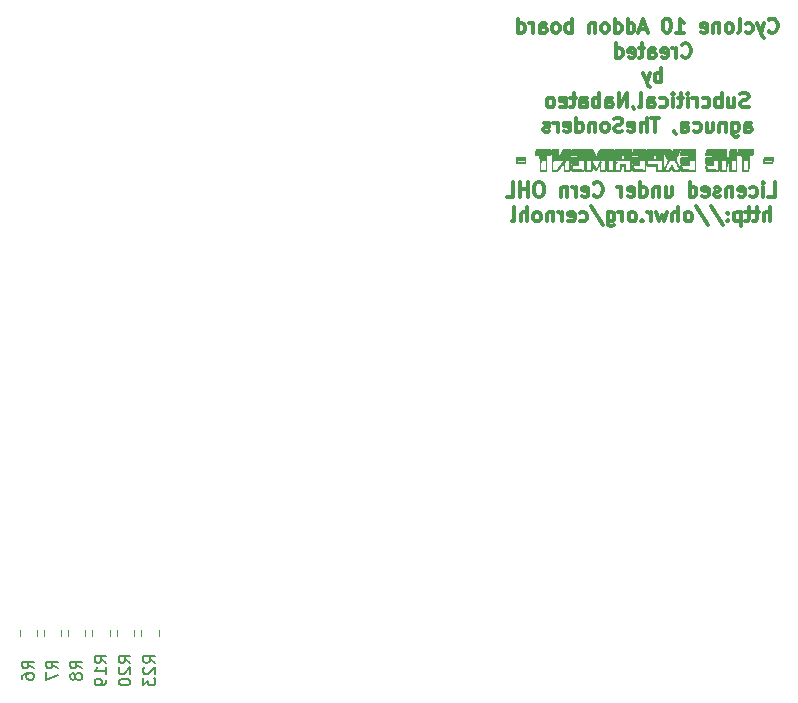
<source format=gbr>
%TF.GenerationSoftware,KiCad,Pcbnew,(5.1.8)-1*%
%TF.CreationDate,2021-04-17T11:25:56+02:00*%
%TF.ProjectId,CYC10 Board,43594331-3020-4426-9f61-72642e6b6963,rev?*%
%TF.SameCoordinates,Original*%
%TF.FileFunction,Legend,Bot*%
%TF.FilePolarity,Positive*%
%FSLAX46Y46*%
G04 Gerber Fmt 4.6, Leading zero omitted, Abs format (unit mm)*
G04 Created by KiCad (PCBNEW (5.1.8)-1) date 2021-04-17 11:25:56*
%MOMM*%
%LPD*%
G01*
G04 APERTURE LIST*
%ADD10C,0.300000*%
%ADD11C,0.010000*%
%ADD12C,0.120000*%
%ADD13C,0.150000*%
G04 APERTURE END LIST*
D10*
X118371554Y-75824937D02*
X118942982Y-75824937D01*
X118942982Y-74624937D01*
X117971554Y-75824937D02*
X117971554Y-75024937D01*
X117971554Y-74624937D02*
X118028697Y-74682080D01*
X117971554Y-74739222D01*
X117914411Y-74682080D01*
X117971554Y-74624937D01*
X117971554Y-74739222D01*
X116885840Y-75767794D02*
X117000125Y-75824937D01*
X117228697Y-75824937D01*
X117342982Y-75767794D01*
X117400125Y-75710651D01*
X117457268Y-75596365D01*
X117457268Y-75253508D01*
X117400125Y-75139222D01*
X117342982Y-75082080D01*
X117228697Y-75024937D01*
X117000125Y-75024937D01*
X116885840Y-75082080D01*
X115914411Y-75767794D02*
X116028697Y-75824937D01*
X116257268Y-75824937D01*
X116371554Y-75767794D01*
X116428697Y-75653508D01*
X116428697Y-75196365D01*
X116371554Y-75082080D01*
X116257268Y-75024937D01*
X116028697Y-75024937D01*
X115914411Y-75082080D01*
X115857268Y-75196365D01*
X115857268Y-75310651D01*
X116428697Y-75424937D01*
X115342982Y-75024937D02*
X115342982Y-75824937D01*
X115342982Y-75139222D02*
X115285840Y-75082080D01*
X115171554Y-75024937D01*
X115000125Y-75024937D01*
X114885840Y-75082080D01*
X114828697Y-75196365D01*
X114828697Y-75824937D01*
X114314411Y-75767794D02*
X114200125Y-75824937D01*
X113971554Y-75824937D01*
X113857268Y-75767794D01*
X113800125Y-75653508D01*
X113800125Y-75596365D01*
X113857268Y-75482080D01*
X113971554Y-75424937D01*
X114142982Y-75424937D01*
X114257268Y-75367794D01*
X114314411Y-75253508D01*
X114314411Y-75196365D01*
X114257268Y-75082080D01*
X114142982Y-75024937D01*
X113971554Y-75024937D01*
X113857268Y-75082080D01*
X112828697Y-75767794D02*
X112942982Y-75824937D01*
X113171554Y-75824937D01*
X113285840Y-75767794D01*
X113342982Y-75653508D01*
X113342982Y-75196365D01*
X113285840Y-75082080D01*
X113171554Y-75024937D01*
X112942982Y-75024937D01*
X112828697Y-75082080D01*
X112771554Y-75196365D01*
X112771554Y-75310651D01*
X113342982Y-75424937D01*
X111742982Y-75824937D02*
X111742982Y-74624937D01*
X111742982Y-75767794D02*
X111857268Y-75824937D01*
X112085840Y-75824937D01*
X112200125Y-75767794D01*
X112257268Y-75710651D01*
X112314411Y-75596365D01*
X112314411Y-75253508D01*
X112257268Y-75139222D01*
X112200125Y-75082080D01*
X112085840Y-75024937D01*
X111857268Y-75024937D01*
X111742982Y-75082080D01*
X109742982Y-75024937D02*
X109742982Y-75824937D01*
X110257268Y-75024937D02*
X110257268Y-75653508D01*
X110200125Y-75767794D01*
X110085840Y-75824937D01*
X109914411Y-75824937D01*
X109800125Y-75767794D01*
X109742982Y-75710651D01*
X109171554Y-75024937D02*
X109171554Y-75824937D01*
X109171554Y-75139222D02*
X109114411Y-75082080D01*
X109000125Y-75024937D01*
X108828697Y-75024937D01*
X108714411Y-75082080D01*
X108657268Y-75196365D01*
X108657268Y-75824937D01*
X107571554Y-75824937D02*
X107571554Y-74624937D01*
X107571554Y-75767794D02*
X107685840Y-75824937D01*
X107914411Y-75824937D01*
X108028697Y-75767794D01*
X108085840Y-75710651D01*
X108142982Y-75596365D01*
X108142982Y-75253508D01*
X108085840Y-75139222D01*
X108028697Y-75082080D01*
X107914411Y-75024937D01*
X107685840Y-75024937D01*
X107571554Y-75082080D01*
X106542982Y-75767794D02*
X106657268Y-75824937D01*
X106885840Y-75824937D01*
X107000125Y-75767794D01*
X107057268Y-75653508D01*
X107057268Y-75196365D01*
X107000125Y-75082080D01*
X106885840Y-75024937D01*
X106657268Y-75024937D01*
X106542982Y-75082080D01*
X106485840Y-75196365D01*
X106485840Y-75310651D01*
X107057268Y-75424937D01*
X105971554Y-75824937D02*
X105971554Y-75024937D01*
X105971554Y-75253508D02*
X105914411Y-75139222D01*
X105857268Y-75082080D01*
X105742982Y-75024937D01*
X105628697Y-75024937D01*
X103628697Y-75710651D02*
X103685840Y-75767794D01*
X103857268Y-75824937D01*
X103971554Y-75824937D01*
X104142982Y-75767794D01*
X104257268Y-75653508D01*
X104314411Y-75539222D01*
X104371554Y-75310651D01*
X104371554Y-75139222D01*
X104314411Y-74910651D01*
X104257268Y-74796365D01*
X104142982Y-74682080D01*
X103971554Y-74624937D01*
X103857268Y-74624937D01*
X103685840Y-74682080D01*
X103628697Y-74739222D01*
X102657268Y-75767794D02*
X102771554Y-75824937D01*
X103000125Y-75824937D01*
X103114411Y-75767794D01*
X103171554Y-75653508D01*
X103171554Y-75196365D01*
X103114411Y-75082080D01*
X103000125Y-75024937D01*
X102771554Y-75024937D01*
X102657268Y-75082080D01*
X102600125Y-75196365D01*
X102600125Y-75310651D01*
X103171554Y-75424937D01*
X102085840Y-75824937D02*
X102085840Y-75024937D01*
X102085840Y-75253508D02*
X102028697Y-75139222D01*
X101971554Y-75082080D01*
X101857268Y-75024937D01*
X101742982Y-75024937D01*
X101342982Y-75024937D02*
X101342982Y-75824937D01*
X101342982Y-75139222D02*
X101285840Y-75082080D01*
X101171554Y-75024937D01*
X101000125Y-75024937D01*
X100885840Y-75082080D01*
X100828697Y-75196365D01*
X100828697Y-75824937D01*
X99114411Y-74624937D02*
X98885840Y-74624937D01*
X98771554Y-74682080D01*
X98657268Y-74796365D01*
X98600125Y-75024937D01*
X98600125Y-75424937D01*
X98657268Y-75653508D01*
X98771554Y-75767794D01*
X98885840Y-75824937D01*
X99114411Y-75824937D01*
X99228697Y-75767794D01*
X99342982Y-75653508D01*
X99400125Y-75424937D01*
X99400125Y-75024937D01*
X99342982Y-74796365D01*
X99228697Y-74682080D01*
X99114411Y-74624937D01*
X98085840Y-75824937D02*
X98085840Y-74624937D01*
X98085840Y-75196365D02*
X97400125Y-75196365D01*
X97400125Y-75824937D02*
X97400125Y-74624937D01*
X96257268Y-75824937D02*
X96828697Y-75824937D01*
X96828697Y-74624937D01*
X118514411Y-77924937D02*
X118514411Y-76724937D01*
X118000125Y-77924937D02*
X118000125Y-77296365D01*
X118057268Y-77182080D01*
X118171554Y-77124937D01*
X118342982Y-77124937D01*
X118457268Y-77182080D01*
X118514411Y-77239222D01*
X117600125Y-77124937D02*
X117142982Y-77124937D01*
X117428697Y-76724937D02*
X117428697Y-77753508D01*
X117371554Y-77867794D01*
X117257268Y-77924937D01*
X117142982Y-77924937D01*
X116914411Y-77124937D02*
X116457268Y-77124937D01*
X116742982Y-76724937D02*
X116742982Y-77753508D01*
X116685840Y-77867794D01*
X116571554Y-77924937D01*
X116457268Y-77924937D01*
X116057268Y-77124937D02*
X116057268Y-78324937D01*
X116057268Y-77182080D02*
X115942982Y-77124937D01*
X115714411Y-77124937D01*
X115600125Y-77182080D01*
X115542982Y-77239222D01*
X115485840Y-77353508D01*
X115485840Y-77696365D01*
X115542982Y-77810651D01*
X115600125Y-77867794D01*
X115714411Y-77924937D01*
X115942982Y-77924937D01*
X116057268Y-77867794D01*
X114971554Y-77810651D02*
X114914411Y-77867794D01*
X114971554Y-77924937D01*
X115028697Y-77867794D01*
X114971554Y-77810651D01*
X114971554Y-77924937D01*
X114971554Y-77182080D02*
X114914411Y-77239222D01*
X114971554Y-77296365D01*
X115028697Y-77239222D01*
X114971554Y-77182080D01*
X114971554Y-77296365D01*
X113542982Y-76667794D02*
X114571554Y-78210651D01*
X112285840Y-76667794D02*
X113314411Y-78210651D01*
X111714411Y-77924937D02*
X111828697Y-77867794D01*
X111885840Y-77810651D01*
X111942982Y-77696365D01*
X111942982Y-77353508D01*
X111885840Y-77239222D01*
X111828697Y-77182080D01*
X111714411Y-77124937D01*
X111542982Y-77124937D01*
X111428697Y-77182080D01*
X111371554Y-77239222D01*
X111314411Y-77353508D01*
X111314411Y-77696365D01*
X111371554Y-77810651D01*
X111428697Y-77867794D01*
X111542982Y-77924937D01*
X111714411Y-77924937D01*
X110800125Y-77924937D02*
X110800125Y-76724937D01*
X110285840Y-77924937D02*
X110285840Y-77296365D01*
X110342982Y-77182080D01*
X110457268Y-77124937D01*
X110628697Y-77124937D01*
X110742982Y-77182080D01*
X110800125Y-77239222D01*
X109828697Y-77124937D02*
X109600125Y-77924937D01*
X109371554Y-77353508D01*
X109142982Y-77924937D01*
X108914411Y-77124937D01*
X108457268Y-77924937D02*
X108457268Y-77124937D01*
X108457268Y-77353508D02*
X108400125Y-77239222D01*
X108342982Y-77182080D01*
X108228697Y-77124937D01*
X108114411Y-77124937D01*
X107714411Y-77810651D02*
X107657268Y-77867794D01*
X107714411Y-77924937D01*
X107771554Y-77867794D01*
X107714411Y-77810651D01*
X107714411Y-77924937D01*
X106971554Y-77924937D02*
X107085840Y-77867794D01*
X107142982Y-77810651D01*
X107200125Y-77696365D01*
X107200125Y-77353508D01*
X107142982Y-77239222D01*
X107085840Y-77182080D01*
X106971554Y-77124937D01*
X106800125Y-77124937D01*
X106685840Y-77182080D01*
X106628697Y-77239222D01*
X106571554Y-77353508D01*
X106571554Y-77696365D01*
X106628697Y-77810651D01*
X106685840Y-77867794D01*
X106800125Y-77924937D01*
X106971554Y-77924937D01*
X106057268Y-77924937D02*
X106057268Y-77124937D01*
X106057268Y-77353508D02*
X106000125Y-77239222D01*
X105942982Y-77182080D01*
X105828697Y-77124937D01*
X105714411Y-77124937D01*
X104800125Y-77124937D02*
X104800125Y-78096365D01*
X104857268Y-78210651D01*
X104914411Y-78267794D01*
X105028697Y-78324937D01*
X105200125Y-78324937D01*
X105314411Y-78267794D01*
X104800125Y-77867794D02*
X104914411Y-77924937D01*
X105142982Y-77924937D01*
X105257268Y-77867794D01*
X105314411Y-77810651D01*
X105371554Y-77696365D01*
X105371554Y-77353508D01*
X105314411Y-77239222D01*
X105257268Y-77182080D01*
X105142982Y-77124937D01*
X104914411Y-77124937D01*
X104800125Y-77182080D01*
X103371554Y-76667794D02*
X104400125Y-78210651D01*
X102457268Y-77867794D02*
X102571554Y-77924937D01*
X102800125Y-77924937D01*
X102914411Y-77867794D01*
X102971554Y-77810651D01*
X103028697Y-77696365D01*
X103028697Y-77353508D01*
X102971554Y-77239222D01*
X102914411Y-77182080D01*
X102800125Y-77124937D01*
X102571554Y-77124937D01*
X102457268Y-77182080D01*
X101485840Y-77867794D02*
X101600125Y-77924937D01*
X101828697Y-77924937D01*
X101942982Y-77867794D01*
X102000125Y-77753508D01*
X102000125Y-77296365D01*
X101942982Y-77182080D01*
X101828697Y-77124937D01*
X101600125Y-77124937D01*
X101485840Y-77182080D01*
X101428697Y-77296365D01*
X101428697Y-77410651D01*
X102000125Y-77524937D01*
X100914411Y-77924937D02*
X100914411Y-77124937D01*
X100914411Y-77353508D02*
X100857268Y-77239222D01*
X100800125Y-77182080D01*
X100685840Y-77124937D01*
X100571554Y-77124937D01*
X100171554Y-77124937D02*
X100171554Y-77924937D01*
X100171554Y-77239222D02*
X100114411Y-77182080D01*
X100000125Y-77124937D01*
X99828697Y-77124937D01*
X99714411Y-77182080D01*
X99657268Y-77296365D01*
X99657268Y-77924937D01*
X98914411Y-77924937D02*
X99028697Y-77867794D01*
X99085840Y-77810651D01*
X99142982Y-77696365D01*
X99142982Y-77353508D01*
X99085840Y-77239222D01*
X99028697Y-77182080D01*
X98914411Y-77124937D01*
X98742982Y-77124937D01*
X98628697Y-77182080D01*
X98571554Y-77239222D01*
X98514411Y-77353508D01*
X98514411Y-77696365D01*
X98571554Y-77810651D01*
X98628697Y-77867794D01*
X98742982Y-77924937D01*
X98914411Y-77924937D01*
X98000125Y-77924937D02*
X98000125Y-76724937D01*
X97485840Y-77924937D02*
X97485840Y-77296365D01*
X97542982Y-77182080D01*
X97657268Y-77124937D01*
X97828697Y-77124937D01*
X97942982Y-77182080D01*
X98000125Y-77239222D01*
X96742982Y-77924937D02*
X96857268Y-77867794D01*
X96914411Y-77753508D01*
X96914411Y-76724937D01*
X118443362Y-61846931D02*
X118500505Y-61904074D01*
X118671934Y-61961217D01*
X118786220Y-61961217D01*
X118957648Y-61904074D01*
X119071934Y-61789788D01*
X119129077Y-61675502D01*
X119186220Y-61446931D01*
X119186220Y-61275502D01*
X119129077Y-61046931D01*
X119071934Y-60932645D01*
X118957648Y-60818360D01*
X118786220Y-60761217D01*
X118671934Y-60761217D01*
X118500505Y-60818360D01*
X118443362Y-60875502D01*
X118043362Y-61161217D02*
X117757648Y-61961217D01*
X117471934Y-61161217D02*
X117757648Y-61961217D01*
X117871934Y-62246931D01*
X117929077Y-62304074D01*
X118043362Y-62361217D01*
X116500505Y-61904074D02*
X116614791Y-61961217D01*
X116843362Y-61961217D01*
X116957648Y-61904074D01*
X117014791Y-61846931D01*
X117071934Y-61732645D01*
X117071934Y-61389788D01*
X117014791Y-61275502D01*
X116957648Y-61218360D01*
X116843362Y-61161217D01*
X116614791Y-61161217D01*
X116500505Y-61218360D01*
X115814791Y-61961217D02*
X115929077Y-61904074D01*
X115986220Y-61789788D01*
X115986220Y-60761217D01*
X115186220Y-61961217D02*
X115300505Y-61904074D01*
X115357648Y-61846931D01*
X115414791Y-61732645D01*
X115414791Y-61389788D01*
X115357648Y-61275502D01*
X115300505Y-61218360D01*
X115186220Y-61161217D01*
X115014791Y-61161217D01*
X114900505Y-61218360D01*
X114843362Y-61275502D01*
X114786220Y-61389788D01*
X114786220Y-61732645D01*
X114843362Y-61846931D01*
X114900505Y-61904074D01*
X115014791Y-61961217D01*
X115186220Y-61961217D01*
X114271934Y-61161217D02*
X114271934Y-61961217D01*
X114271934Y-61275502D02*
X114214791Y-61218360D01*
X114100505Y-61161217D01*
X113929077Y-61161217D01*
X113814791Y-61218360D01*
X113757648Y-61332645D01*
X113757648Y-61961217D01*
X112729077Y-61904074D02*
X112843362Y-61961217D01*
X113071934Y-61961217D01*
X113186220Y-61904074D01*
X113243362Y-61789788D01*
X113243362Y-61332645D01*
X113186220Y-61218360D01*
X113071934Y-61161217D01*
X112843362Y-61161217D01*
X112729077Y-61218360D01*
X112671934Y-61332645D01*
X112671934Y-61446931D01*
X113243362Y-61561217D01*
X110614791Y-61961217D02*
X111300505Y-61961217D01*
X110957648Y-61961217D02*
X110957648Y-60761217D01*
X111071934Y-60932645D01*
X111186220Y-61046931D01*
X111300505Y-61104074D01*
X109871934Y-60761217D02*
X109757648Y-60761217D01*
X109643362Y-60818360D01*
X109586220Y-60875502D01*
X109529077Y-60989788D01*
X109471934Y-61218360D01*
X109471934Y-61504074D01*
X109529077Y-61732645D01*
X109586220Y-61846931D01*
X109643362Y-61904074D01*
X109757648Y-61961217D01*
X109871934Y-61961217D01*
X109986220Y-61904074D01*
X110043362Y-61846931D01*
X110100505Y-61732645D01*
X110157648Y-61504074D01*
X110157648Y-61218360D01*
X110100505Y-60989788D01*
X110043362Y-60875502D01*
X109986220Y-60818360D01*
X109871934Y-60761217D01*
X108100505Y-61618360D02*
X107529077Y-61618360D01*
X108214791Y-61961217D02*
X107814791Y-60761217D01*
X107414791Y-61961217D01*
X106500505Y-61961217D02*
X106500505Y-60761217D01*
X106500505Y-61904074D02*
X106614791Y-61961217D01*
X106843362Y-61961217D01*
X106957648Y-61904074D01*
X107014791Y-61846931D01*
X107071934Y-61732645D01*
X107071934Y-61389788D01*
X107014791Y-61275502D01*
X106957648Y-61218360D01*
X106843362Y-61161217D01*
X106614791Y-61161217D01*
X106500505Y-61218360D01*
X105414791Y-61961217D02*
X105414791Y-60761217D01*
X105414791Y-61904074D02*
X105529077Y-61961217D01*
X105757648Y-61961217D01*
X105871934Y-61904074D01*
X105929077Y-61846931D01*
X105986220Y-61732645D01*
X105986220Y-61389788D01*
X105929077Y-61275502D01*
X105871934Y-61218360D01*
X105757648Y-61161217D01*
X105529077Y-61161217D01*
X105414791Y-61218360D01*
X104671934Y-61961217D02*
X104786220Y-61904074D01*
X104843362Y-61846931D01*
X104900505Y-61732645D01*
X104900505Y-61389788D01*
X104843362Y-61275502D01*
X104786220Y-61218360D01*
X104671934Y-61161217D01*
X104500505Y-61161217D01*
X104386220Y-61218360D01*
X104329077Y-61275502D01*
X104271934Y-61389788D01*
X104271934Y-61732645D01*
X104329077Y-61846931D01*
X104386220Y-61904074D01*
X104500505Y-61961217D01*
X104671934Y-61961217D01*
X103757648Y-61161217D02*
X103757648Y-61961217D01*
X103757648Y-61275502D02*
X103700505Y-61218360D01*
X103586220Y-61161217D01*
X103414791Y-61161217D01*
X103300505Y-61218360D01*
X103243362Y-61332645D01*
X103243362Y-61961217D01*
X101757648Y-61961217D02*
X101757648Y-60761217D01*
X101757648Y-61218360D02*
X101643362Y-61161217D01*
X101414791Y-61161217D01*
X101300505Y-61218360D01*
X101243362Y-61275502D01*
X101186220Y-61389788D01*
X101186220Y-61732645D01*
X101243362Y-61846931D01*
X101300505Y-61904074D01*
X101414791Y-61961217D01*
X101643362Y-61961217D01*
X101757648Y-61904074D01*
X100500505Y-61961217D02*
X100614791Y-61904074D01*
X100671934Y-61846931D01*
X100729077Y-61732645D01*
X100729077Y-61389788D01*
X100671934Y-61275502D01*
X100614791Y-61218360D01*
X100500505Y-61161217D01*
X100329077Y-61161217D01*
X100214791Y-61218360D01*
X100157648Y-61275502D01*
X100100505Y-61389788D01*
X100100505Y-61732645D01*
X100157648Y-61846931D01*
X100214791Y-61904074D01*
X100329077Y-61961217D01*
X100500505Y-61961217D01*
X99071934Y-61961217D02*
X99071934Y-61332645D01*
X99129077Y-61218360D01*
X99243362Y-61161217D01*
X99471934Y-61161217D01*
X99586220Y-61218360D01*
X99071934Y-61904074D02*
X99186220Y-61961217D01*
X99471934Y-61961217D01*
X99586220Y-61904074D01*
X99643362Y-61789788D01*
X99643362Y-61675502D01*
X99586220Y-61561217D01*
X99471934Y-61504074D01*
X99186220Y-61504074D01*
X99071934Y-61446931D01*
X98500505Y-61961217D02*
X98500505Y-61161217D01*
X98500505Y-61389788D02*
X98443362Y-61275502D01*
X98386220Y-61218360D01*
X98271934Y-61161217D01*
X98157648Y-61161217D01*
X97243362Y-61961217D02*
X97243362Y-60761217D01*
X97243362Y-61904074D02*
X97357648Y-61961217D01*
X97586220Y-61961217D01*
X97700505Y-61904074D01*
X97757648Y-61846931D01*
X97814791Y-61732645D01*
X97814791Y-61389788D01*
X97757648Y-61275502D01*
X97700505Y-61218360D01*
X97586220Y-61161217D01*
X97357648Y-61161217D01*
X97243362Y-61218360D01*
X111100505Y-63946931D02*
X111157648Y-64004074D01*
X111329077Y-64061217D01*
X111443362Y-64061217D01*
X111614791Y-64004074D01*
X111729077Y-63889788D01*
X111786220Y-63775502D01*
X111843362Y-63546931D01*
X111843362Y-63375502D01*
X111786220Y-63146931D01*
X111729077Y-63032645D01*
X111614791Y-62918360D01*
X111443362Y-62861217D01*
X111329077Y-62861217D01*
X111157648Y-62918360D01*
X111100505Y-62975502D01*
X110586220Y-64061217D02*
X110586220Y-63261217D01*
X110586220Y-63489788D02*
X110529077Y-63375502D01*
X110471934Y-63318360D01*
X110357648Y-63261217D01*
X110243362Y-63261217D01*
X109386220Y-64004074D02*
X109500505Y-64061217D01*
X109729077Y-64061217D01*
X109843362Y-64004074D01*
X109900505Y-63889788D01*
X109900505Y-63432645D01*
X109843362Y-63318360D01*
X109729077Y-63261217D01*
X109500505Y-63261217D01*
X109386220Y-63318360D01*
X109329077Y-63432645D01*
X109329077Y-63546931D01*
X109900505Y-63661217D01*
X108300505Y-64061217D02*
X108300505Y-63432645D01*
X108357648Y-63318360D01*
X108471934Y-63261217D01*
X108700505Y-63261217D01*
X108814791Y-63318360D01*
X108300505Y-64004074D02*
X108414791Y-64061217D01*
X108700505Y-64061217D01*
X108814791Y-64004074D01*
X108871934Y-63889788D01*
X108871934Y-63775502D01*
X108814791Y-63661217D01*
X108700505Y-63604074D01*
X108414791Y-63604074D01*
X108300505Y-63546931D01*
X107900505Y-63261217D02*
X107443362Y-63261217D01*
X107729077Y-62861217D02*
X107729077Y-63889788D01*
X107671934Y-64004074D01*
X107557648Y-64061217D01*
X107443362Y-64061217D01*
X106586220Y-64004074D02*
X106700505Y-64061217D01*
X106929077Y-64061217D01*
X107043362Y-64004074D01*
X107100505Y-63889788D01*
X107100505Y-63432645D01*
X107043362Y-63318360D01*
X106929077Y-63261217D01*
X106700505Y-63261217D01*
X106586220Y-63318360D01*
X106529077Y-63432645D01*
X106529077Y-63546931D01*
X107100505Y-63661217D01*
X105500505Y-64061217D02*
X105500505Y-62861217D01*
X105500505Y-64004074D02*
X105614791Y-64061217D01*
X105843362Y-64061217D01*
X105957648Y-64004074D01*
X106014791Y-63946931D01*
X106071934Y-63832645D01*
X106071934Y-63489788D01*
X106014791Y-63375502D01*
X105957648Y-63318360D01*
X105843362Y-63261217D01*
X105614791Y-63261217D01*
X105500505Y-63318360D01*
X109357648Y-66161217D02*
X109357648Y-64961217D01*
X109357648Y-65418360D02*
X109243362Y-65361217D01*
X109014791Y-65361217D01*
X108900505Y-65418360D01*
X108843362Y-65475502D01*
X108786220Y-65589788D01*
X108786220Y-65932645D01*
X108843362Y-66046931D01*
X108900505Y-66104074D01*
X109014791Y-66161217D01*
X109243362Y-66161217D01*
X109357648Y-66104074D01*
X108386220Y-65361217D02*
X108100505Y-66161217D01*
X107814791Y-65361217D02*
X108100505Y-66161217D01*
X108214791Y-66446931D01*
X108271934Y-66504074D01*
X108386220Y-66561217D01*
X116729077Y-68204074D02*
X116557648Y-68261217D01*
X116271934Y-68261217D01*
X116157648Y-68204074D01*
X116100505Y-68146931D01*
X116043362Y-68032645D01*
X116043362Y-67918360D01*
X116100505Y-67804074D01*
X116157648Y-67746931D01*
X116271934Y-67689788D01*
X116500505Y-67632645D01*
X116614791Y-67575502D01*
X116671934Y-67518360D01*
X116729077Y-67404074D01*
X116729077Y-67289788D01*
X116671934Y-67175502D01*
X116614791Y-67118360D01*
X116500505Y-67061217D01*
X116214791Y-67061217D01*
X116043362Y-67118360D01*
X115014791Y-67461217D02*
X115014791Y-68261217D01*
X115529077Y-67461217D02*
X115529077Y-68089788D01*
X115471934Y-68204074D01*
X115357648Y-68261217D01*
X115186220Y-68261217D01*
X115071934Y-68204074D01*
X115014791Y-68146931D01*
X114443362Y-68261217D02*
X114443362Y-67061217D01*
X114443362Y-67518360D02*
X114329077Y-67461217D01*
X114100505Y-67461217D01*
X113986220Y-67518360D01*
X113929077Y-67575502D01*
X113871934Y-67689788D01*
X113871934Y-68032645D01*
X113929077Y-68146931D01*
X113986220Y-68204074D01*
X114100505Y-68261217D01*
X114329077Y-68261217D01*
X114443362Y-68204074D01*
X112843362Y-68204074D02*
X112957648Y-68261217D01*
X113186220Y-68261217D01*
X113300505Y-68204074D01*
X113357648Y-68146931D01*
X113414791Y-68032645D01*
X113414791Y-67689788D01*
X113357648Y-67575502D01*
X113300505Y-67518360D01*
X113186220Y-67461217D01*
X112957648Y-67461217D01*
X112843362Y-67518360D01*
X112329077Y-68261217D02*
X112329077Y-67461217D01*
X112329077Y-67689788D02*
X112271934Y-67575502D01*
X112214791Y-67518360D01*
X112100505Y-67461217D01*
X111986220Y-67461217D01*
X111586220Y-68261217D02*
X111586220Y-67461217D01*
X111586220Y-67061217D02*
X111643362Y-67118360D01*
X111586220Y-67175502D01*
X111529077Y-67118360D01*
X111586220Y-67061217D01*
X111586220Y-67175502D01*
X111186220Y-67461217D02*
X110729077Y-67461217D01*
X111014791Y-67061217D02*
X111014791Y-68089788D01*
X110957648Y-68204074D01*
X110843362Y-68261217D01*
X110729077Y-68261217D01*
X110329077Y-68261217D02*
X110329077Y-67461217D01*
X110329077Y-67061217D02*
X110386220Y-67118360D01*
X110329077Y-67175502D01*
X110271934Y-67118360D01*
X110329077Y-67061217D01*
X110329077Y-67175502D01*
X109243362Y-68204074D02*
X109357648Y-68261217D01*
X109586220Y-68261217D01*
X109700505Y-68204074D01*
X109757648Y-68146931D01*
X109814791Y-68032645D01*
X109814791Y-67689788D01*
X109757648Y-67575502D01*
X109700505Y-67518360D01*
X109586220Y-67461217D01*
X109357648Y-67461217D01*
X109243362Y-67518360D01*
X108214791Y-68261217D02*
X108214791Y-67632645D01*
X108271934Y-67518360D01*
X108386220Y-67461217D01*
X108614791Y-67461217D01*
X108729077Y-67518360D01*
X108214791Y-68204074D02*
X108329077Y-68261217D01*
X108614791Y-68261217D01*
X108729077Y-68204074D01*
X108786220Y-68089788D01*
X108786220Y-67975502D01*
X108729077Y-67861217D01*
X108614791Y-67804074D01*
X108329077Y-67804074D01*
X108214791Y-67746931D01*
X107471934Y-68261217D02*
X107586220Y-68204074D01*
X107643362Y-68089788D01*
X107643362Y-67061217D01*
X106957648Y-68204074D02*
X106957648Y-68261217D01*
X107014791Y-68375502D01*
X107071934Y-68432645D01*
X106443362Y-68261217D02*
X106443362Y-67061217D01*
X105757648Y-68261217D01*
X105757648Y-67061217D01*
X104671934Y-68261217D02*
X104671934Y-67632645D01*
X104729077Y-67518360D01*
X104843362Y-67461217D01*
X105071934Y-67461217D01*
X105186220Y-67518360D01*
X104671934Y-68204074D02*
X104786220Y-68261217D01*
X105071934Y-68261217D01*
X105186220Y-68204074D01*
X105243362Y-68089788D01*
X105243362Y-67975502D01*
X105186220Y-67861217D01*
X105071934Y-67804074D01*
X104786220Y-67804074D01*
X104671934Y-67746931D01*
X104100505Y-68261217D02*
X104100505Y-67061217D01*
X104100505Y-67518360D02*
X103986220Y-67461217D01*
X103757648Y-67461217D01*
X103643362Y-67518360D01*
X103586220Y-67575502D01*
X103529077Y-67689788D01*
X103529077Y-68032645D01*
X103586220Y-68146931D01*
X103643362Y-68204074D01*
X103757648Y-68261217D01*
X103986220Y-68261217D01*
X104100505Y-68204074D01*
X102500505Y-68261217D02*
X102500505Y-67632645D01*
X102557648Y-67518360D01*
X102671934Y-67461217D01*
X102900505Y-67461217D01*
X103014791Y-67518360D01*
X102500505Y-68204074D02*
X102614791Y-68261217D01*
X102900505Y-68261217D01*
X103014791Y-68204074D01*
X103071934Y-68089788D01*
X103071934Y-67975502D01*
X103014791Y-67861217D01*
X102900505Y-67804074D01*
X102614791Y-67804074D01*
X102500505Y-67746931D01*
X102100505Y-67461217D02*
X101643362Y-67461217D01*
X101929077Y-67061217D02*
X101929077Y-68089788D01*
X101871934Y-68204074D01*
X101757648Y-68261217D01*
X101643362Y-68261217D01*
X100786220Y-68204074D02*
X100900505Y-68261217D01*
X101129077Y-68261217D01*
X101243362Y-68204074D01*
X101300505Y-68089788D01*
X101300505Y-67632645D01*
X101243362Y-67518360D01*
X101129077Y-67461217D01*
X100900505Y-67461217D01*
X100786220Y-67518360D01*
X100729077Y-67632645D01*
X100729077Y-67746931D01*
X101300505Y-67861217D01*
X100043362Y-68261217D02*
X100157648Y-68204074D01*
X100214791Y-68146931D01*
X100271934Y-68032645D01*
X100271934Y-67689788D01*
X100214791Y-67575502D01*
X100157648Y-67518360D01*
X100043362Y-67461217D01*
X99871934Y-67461217D01*
X99757648Y-67518360D01*
X99700505Y-67575502D01*
X99643362Y-67689788D01*
X99643362Y-68032645D01*
X99700505Y-68146931D01*
X99757648Y-68204074D01*
X99871934Y-68261217D01*
X100043362Y-68261217D01*
X116443362Y-70361217D02*
X116443362Y-69732645D01*
X116500505Y-69618360D01*
X116614791Y-69561217D01*
X116843362Y-69561217D01*
X116957648Y-69618360D01*
X116443362Y-70304074D02*
X116557648Y-70361217D01*
X116843362Y-70361217D01*
X116957648Y-70304074D01*
X117014791Y-70189788D01*
X117014791Y-70075502D01*
X116957648Y-69961217D01*
X116843362Y-69904074D01*
X116557648Y-69904074D01*
X116443362Y-69846931D01*
X115357648Y-69561217D02*
X115357648Y-70532645D01*
X115414791Y-70646931D01*
X115471934Y-70704074D01*
X115586220Y-70761217D01*
X115757648Y-70761217D01*
X115871934Y-70704074D01*
X115357648Y-70304074D02*
X115471934Y-70361217D01*
X115700505Y-70361217D01*
X115814791Y-70304074D01*
X115871934Y-70246931D01*
X115929077Y-70132645D01*
X115929077Y-69789788D01*
X115871934Y-69675502D01*
X115814791Y-69618360D01*
X115700505Y-69561217D01*
X115471934Y-69561217D01*
X115357648Y-69618360D01*
X114786220Y-69561217D02*
X114786220Y-70361217D01*
X114786220Y-69675502D02*
X114729077Y-69618360D01*
X114614791Y-69561217D01*
X114443362Y-69561217D01*
X114329077Y-69618360D01*
X114271934Y-69732645D01*
X114271934Y-70361217D01*
X113186220Y-69561217D02*
X113186220Y-70361217D01*
X113700505Y-69561217D02*
X113700505Y-70189788D01*
X113643362Y-70304074D01*
X113529077Y-70361217D01*
X113357648Y-70361217D01*
X113243362Y-70304074D01*
X113186220Y-70246931D01*
X112100505Y-70304074D02*
X112214791Y-70361217D01*
X112443362Y-70361217D01*
X112557648Y-70304074D01*
X112614791Y-70246931D01*
X112671934Y-70132645D01*
X112671934Y-69789788D01*
X112614791Y-69675502D01*
X112557648Y-69618360D01*
X112443362Y-69561217D01*
X112214791Y-69561217D01*
X112100505Y-69618360D01*
X111071934Y-70361217D02*
X111071934Y-69732645D01*
X111129077Y-69618360D01*
X111243362Y-69561217D01*
X111471934Y-69561217D01*
X111586220Y-69618360D01*
X111071934Y-70304074D02*
X111186220Y-70361217D01*
X111471934Y-70361217D01*
X111586220Y-70304074D01*
X111643362Y-70189788D01*
X111643362Y-70075502D01*
X111586220Y-69961217D01*
X111471934Y-69904074D01*
X111186220Y-69904074D01*
X111071934Y-69846931D01*
X110443362Y-70304074D02*
X110443362Y-70361217D01*
X110500505Y-70475502D01*
X110557648Y-70532645D01*
X109186220Y-69161217D02*
X108500505Y-69161217D01*
X108843362Y-70361217D02*
X108843362Y-69161217D01*
X108100505Y-70361217D02*
X108100505Y-69161217D01*
X107586220Y-70361217D02*
X107586220Y-69732645D01*
X107643362Y-69618360D01*
X107757648Y-69561217D01*
X107929077Y-69561217D01*
X108043362Y-69618360D01*
X108100505Y-69675502D01*
X106557648Y-70304074D02*
X106671934Y-70361217D01*
X106900505Y-70361217D01*
X107014791Y-70304074D01*
X107071934Y-70189788D01*
X107071934Y-69732645D01*
X107014791Y-69618360D01*
X106900505Y-69561217D01*
X106671934Y-69561217D01*
X106557648Y-69618360D01*
X106500505Y-69732645D01*
X106500505Y-69846931D01*
X107071934Y-69961217D01*
X106043362Y-70304074D02*
X105871934Y-70361217D01*
X105586220Y-70361217D01*
X105471934Y-70304074D01*
X105414791Y-70246931D01*
X105357648Y-70132645D01*
X105357648Y-70018360D01*
X105414791Y-69904074D01*
X105471934Y-69846931D01*
X105586220Y-69789788D01*
X105814791Y-69732645D01*
X105929077Y-69675502D01*
X105986220Y-69618360D01*
X106043362Y-69504074D01*
X106043362Y-69389788D01*
X105986220Y-69275502D01*
X105929077Y-69218360D01*
X105814791Y-69161217D01*
X105529077Y-69161217D01*
X105357648Y-69218360D01*
X104671934Y-70361217D02*
X104786220Y-70304074D01*
X104843362Y-70246931D01*
X104900505Y-70132645D01*
X104900505Y-69789788D01*
X104843362Y-69675502D01*
X104786220Y-69618360D01*
X104671934Y-69561217D01*
X104500505Y-69561217D01*
X104386220Y-69618360D01*
X104329077Y-69675502D01*
X104271934Y-69789788D01*
X104271934Y-70132645D01*
X104329077Y-70246931D01*
X104386220Y-70304074D01*
X104500505Y-70361217D01*
X104671934Y-70361217D01*
X103757648Y-69561217D02*
X103757648Y-70361217D01*
X103757648Y-69675502D02*
X103700505Y-69618360D01*
X103586220Y-69561217D01*
X103414791Y-69561217D01*
X103300505Y-69618360D01*
X103243362Y-69732645D01*
X103243362Y-70361217D01*
X102157648Y-70361217D02*
X102157648Y-69161217D01*
X102157648Y-70304074D02*
X102271934Y-70361217D01*
X102500505Y-70361217D01*
X102614791Y-70304074D01*
X102671934Y-70246931D01*
X102729077Y-70132645D01*
X102729077Y-69789788D01*
X102671934Y-69675502D01*
X102614791Y-69618360D01*
X102500505Y-69561217D01*
X102271934Y-69561217D01*
X102157648Y-69618360D01*
X101129077Y-70304074D02*
X101243362Y-70361217D01*
X101471934Y-70361217D01*
X101586220Y-70304074D01*
X101643362Y-70189788D01*
X101643362Y-69732645D01*
X101586220Y-69618360D01*
X101471934Y-69561217D01*
X101243362Y-69561217D01*
X101129077Y-69618360D01*
X101071934Y-69732645D01*
X101071934Y-69846931D01*
X101643362Y-69961217D01*
X100557648Y-70361217D02*
X100557648Y-69561217D01*
X100557648Y-69789788D02*
X100500505Y-69675502D01*
X100443362Y-69618360D01*
X100329077Y-69561217D01*
X100214791Y-69561217D01*
X99871934Y-70304074D02*
X99757648Y-70361217D01*
X99529077Y-70361217D01*
X99414791Y-70304074D01*
X99357648Y-70189788D01*
X99357648Y-70132645D01*
X99414791Y-70018360D01*
X99529077Y-69961217D01*
X99700505Y-69961217D01*
X99814791Y-69904074D01*
X99871934Y-69789788D01*
X99871934Y-69732645D01*
X99814791Y-69618360D01*
X99700505Y-69561217D01*
X99529077Y-69561217D01*
X99414791Y-69618360D01*
D11*
%TO.C,G\u002A\u002A\u002A*%
G36*
X115862100Y-71772780D02*
G01*
X115807593Y-71937880D01*
X115775927Y-72042213D01*
X115749141Y-72145199D01*
X115735511Y-72210930D01*
X115717935Y-72318880D01*
X115895890Y-72318880D01*
X115991105Y-72320996D01*
X116069502Y-72326542D01*
X116114023Y-72334297D01*
X116126363Y-72344156D01*
X116135929Y-72366921D01*
X116143061Y-72408306D01*
X116148102Y-72474026D01*
X116151392Y-72569795D01*
X116153273Y-72701328D01*
X116154084Y-72874339D01*
X116154200Y-73007397D01*
X116154200Y-73665080D01*
X116408200Y-73665080D01*
X116526646Y-73663820D01*
X116602690Y-73659208D01*
X116644689Y-73649988D01*
X116660998Y-73634908D01*
X116662200Y-73626980D01*
X116682305Y-73593300D01*
X116699857Y-73588880D01*
X116711772Y-73582608D01*
X116721151Y-73560093D01*
X116728388Y-73515788D01*
X116733875Y-73444143D01*
X116738003Y-73339612D01*
X116741166Y-73196644D01*
X116743755Y-73009692D01*
X116744307Y-72960230D01*
X116747120Y-72699880D01*
X116687600Y-72699880D01*
X116687600Y-73538080D01*
X116222681Y-73538080D01*
X116239241Y-73267428D01*
X116246398Y-73135771D01*
X116251999Y-73004817D01*
X116255272Y-72894100D01*
X116255800Y-72848328D01*
X116255800Y-72699880D01*
X116687600Y-72699880D01*
X116747120Y-72699880D01*
X116751100Y-72331580D01*
X116890339Y-72323698D01*
X116985626Y-72313326D01*
X117050406Y-72289378D01*
X117090393Y-72243513D01*
X117111301Y-72167390D01*
X117118843Y-72052665D01*
X117119400Y-71989298D01*
X117119400Y-71759192D01*
X115862100Y-71772780D01*
G37*
X115862100Y-71772780D02*
X115807593Y-71937880D01*
X115775927Y-72042213D01*
X115749141Y-72145199D01*
X115735511Y-72210930D01*
X115717935Y-72318880D01*
X115895890Y-72318880D01*
X115991105Y-72320996D01*
X116069502Y-72326542D01*
X116114023Y-72334297D01*
X116126363Y-72344156D01*
X116135929Y-72366921D01*
X116143061Y-72408306D01*
X116148102Y-72474026D01*
X116151392Y-72569795D01*
X116153273Y-72701328D01*
X116154084Y-72874339D01*
X116154200Y-73007397D01*
X116154200Y-73665080D01*
X116408200Y-73665080D01*
X116526646Y-73663820D01*
X116602690Y-73659208D01*
X116644689Y-73649988D01*
X116660998Y-73634908D01*
X116662200Y-73626980D01*
X116682305Y-73593300D01*
X116699857Y-73588880D01*
X116711772Y-73582608D01*
X116721151Y-73560093D01*
X116728388Y-73515788D01*
X116733875Y-73444143D01*
X116738003Y-73339612D01*
X116741166Y-73196644D01*
X116743755Y-73009692D01*
X116744307Y-72960230D01*
X116747120Y-72699880D01*
X116687600Y-72699880D01*
X116687600Y-73538080D01*
X116222681Y-73538080D01*
X116239241Y-73267428D01*
X116246398Y-73135771D01*
X116251999Y-73004817D01*
X116255272Y-72894100D01*
X116255800Y-72848328D01*
X116255800Y-72699880D01*
X116687600Y-72699880D01*
X116747120Y-72699880D01*
X116751100Y-72331580D01*
X116890339Y-72323698D01*
X116985626Y-72313326D01*
X117050406Y-72289378D01*
X117090393Y-72243513D01*
X117111301Y-72167390D01*
X117118843Y-72052665D01*
X117119400Y-71989298D01*
X117119400Y-71759192D01*
X115862100Y-71772780D01*
G36*
X115311205Y-71760761D02*
G01*
X115233948Y-71763908D01*
X115189579Y-71771176D01*
X115169141Y-71784220D01*
X115163683Y-71804695D01*
X115163600Y-71809380D01*
X115151937Y-71858005D01*
X115138200Y-71874380D01*
X115127609Y-71905285D01*
X115119336Y-71977469D01*
X115114169Y-72081435D01*
X115112800Y-72180679D01*
X115112800Y-72471280D01*
X114858800Y-72471280D01*
X114858800Y-71760080D01*
X114592100Y-71760080D01*
X114473005Y-71760761D01*
X114395748Y-71763908D01*
X114351379Y-71771176D01*
X114330941Y-71784220D01*
X114325483Y-71804695D01*
X114325400Y-71809380D01*
X114313737Y-71858005D01*
X114300000Y-71874380D01*
X114292668Y-71904290D01*
X114286494Y-71982818D01*
X114281541Y-72107795D01*
X114277869Y-72277051D01*
X114275540Y-72488416D01*
X114274615Y-72739721D01*
X114274600Y-72777579D01*
X114274600Y-73665080D01*
X114541300Y-73665080D01*
X114663090Y-73663911D01*
X114742318Y-73659626D01*
X114787184Y-73651052D01*
X114805890Y-73637018D01*
X114808000Y-73626980D01*
X114821288Y-73593172D01*
X114832594Y-73588880D01*
X114843201Y-73564930D01*
X114852702Y-73498886D01*
X114860170Y-73399451D01*
X114864344Y-73290430D01*
X114867795Y-73163475D01*
X114872188Y-73078514D01*
X114879442Y-73026748D01*
X114891474Y-72999380D01*
X114910202Y-72987611D01*
X114931234Y-72983524D01*
X115005643Y-72983090D01*
X115051884Y-72990358D01*
X115076732Y-72998182D01*
X115093696Y-73012632D01*
X115104279Y-73042229D01*
X115109987Y-73095497D01*
X115112325Y-73180957D01*
X115112798Y-73307132D01*
X115112800Y-73335363D01*
X115112800Y-73665080D01*
X115361156Y-73665080D01*
X115478638Y-73663863D01*
X115556444Y-73658919D01*
X115605664Y-73648309D01*
X115637389Y-73630093D01*
X115653256Y-73613989D01*
X115664885Y-73596615D01*
X115674270Y-73571028D01*
X115681646Y-73532072D01*
X115687251Y-73474593D01*
X115691321Y-73393437D01*
X115694094Y-73283449D01*
X115695805Y-73139474D01*
X115696691Y-72956358D01*
X115696990Y-72728946D01*
X115696994Y-72699880D01*
X115646200Y-72699880D01*
X115646200Y-73538080D01*
X115214400Y-73538080D01*
X115214400Y-72852280D01*
X114808000Y-72852280D01*
X114808000Y-73538080D01*
X114376200Y-73538080D01*
X114376200Y-72699880D01*
X115646200Y-72699880D01*
X115696994Y-72699880D01*
X115697000Y-72661489D01*
X115697000Y-71760080D01*
X115430300Y-71760080D01*
X115311205Y-71760761D01*
G37*
X115311205Y-71760761D02*
X115233948Y-71763908D01*
X115189579Y-71771176D01*
X115169141Y-71784220D01*
X115163683Y-71804695D01*
X115163600Y-71809380D01*
X115151937Y-71858005D01*
X115138200Y-71874380D01*
X115127609Y-71905285D01*
X115119336Y-71977469D01*
X115114169Y-72081435D01*
X115112800Y-72180679D01*
X115112800Y-72471280D01*
X114858800Y-72471280D01*
X114858800Y-71760080D01*
X114592100Y-71760080D01*
X114473005Y-71760761D01*
X114395748Y-71763908D01*
X114351379Y-71771176D01*
X114330941Y-71784220D01*
X114325483Y-71804695D01*
X114325400Y-71809380D01*
X114313737Y-71858005D01*
X114300000Y-71874380D01*
X114292668Y-71904290D01*
X114286494Y-71982818D01*
X114281541Y-72107795D01*
X114277869Y-72277051D01*
X114275540Y-72488416D01*
X114274615Y-72739721D01*
X114274600Y-72777579D01*
X114274600Y-73665080D01*
X114541300Y-73665080D01*
X114663090Y-73663911D01*
X114742318Y-73659626D01*
X114787184Y-73651052D01*
X114805890Y-73637018D01*
X114808000Y-73626980D01*
X114821288Y-73593172D01*
X114832594Y-73588880D01*
X114843201Y-73564930D01*
X114852702Y-73498886D01*
X114860170Y-73399451D01*
X114864344Y-73290430D01*
X114867795Y-73163475D01*
X114872188Y-73078514D01*
X114879442Y-73026748D01*
X114891474Y-72999380D01*
X114910202Y-72987611D01*
X114931234Y-72983524D01*
X115005643Y-72983090D01*
X115051884Y-72990358D01*
X115076732Y-72998182D01*
X115093696Y-73012632D01*
X115104279Y-73042229D01*
X115109987Y-73095497D01*
X115112325Y-73180957D01*
X115112798Y-73307132D01*
X115112800Y-73335363D01*
X115112800Y-73665080D01*
X115361156Y-73665080D01*
X115478638Y-73663863D01*
X115556444Y-73658919D01*
X115605664Y-73648309D01*
X115637389Y-73630093D01*
X115653256Y-73613989D01*
X115664885Y-73596615D01*
X115674270Y-73571028D01*
X115681646Y-73532072D01*
X115687251Y-73474593D01*
X115691321Y-73393437D01*
X115694094Y-73283449D01*
X115695805Y-73139474D01*
X115696691Y-72956358D01*
X115696990Y-72728946D01*
X115696994Y-72699880D01*
X115646200Y-72699880D01*
X115646200Y-73538080D01*
X115214400Y-73538080D01*
X115214400Y-72852280D01*
X114808000Y-72852280D01*
X114808000Y-73538080D01*
X114376200Y-73538080D01*
X114376200Y-72699880D01*
X115646200Y-72699880D01*
X115696994Y-72699880D01*
X115697000Y-72661489D01*
X115697000Y-71760080D01*
X115430300Y-71760080D01*
X115311205Y-71760761D01*
G36*
X113195100Y-71772780D02*
G01*
X113138680Y-71941547D01*
X113106634Y-72045521D01*
X113079732Y-72147117D01*
X113065583Y-72214597D01*
X113048908Y-72318880D01*
X113291377Y-72318880D01*
X113425469Y-72320346D01*
X113516765Y-72326253D01*
X113573223Y-72338856D01*
X113602800Y-72360416D01*
X113613454Y-72393190D01*
X113614200Y-72410497D01*
X113612293Y-72438310D01*
X113600325Y-72456004D01*
X113568930Y-72465868D01*
X113508741Y-72470189D01*
X113410392Y-72471253D01*
X113365303Y-72471280D01*
X113116406Y-72471279D01*
X113085903Y-72555633D01*
X113069750Y-72626221D01*
X113058692Y-72724109D01*
X113055400Y-72809633D01*
X113055400Y-72979280D01*
X113294623Y-72979280D01*
X113428846Y-72980896D01*
X113520116Y-72987026D01*
X113576218Y-72999592D01*
X113604932Y-73020516D01*
X113614042Y-73051718D01*
X113614200Y-73058197D01*
X113610059Y-73080127D01*
X113591545Y-73094171D01*
X113549526Y-73102059D01*
X113474869Y-73105519D01*
X113360200Y-73106280D01*
X113241930Y-73107515D01*
X113166005Y-73112071D01*
X113124011Y-73121220D01*
X113107535Y-73136235D01*
X113106200Y-73144724D01*
X113093278Y-73197316D01*
X113077071Y-73229812D01*
X113064412Y-73267181D01*
X113066588Y-73323835D01*
X113084654Y-73411362D01*
X113098384Y-73464417D01*
X113148826Y-73652380D01*
X113642126Y-73659246D01*
X113812544Y-73661353D01*
X113939443Y-73661851D01*
X114030095Y-73660135D01*
X114091770Y-73655601D01*
X114131740Y-73647643D01*
X114157276Y-73635655D01*
X114175649Y-73619033D01*
X114179613Y-73614506D01*
X114191350Y-73597157D01*
X114200821Y-73571915D01*
X114208265Y-73533616D01*
X114213924Y-73477097D01*
X114218034Y-73397195D01*
X114220836Y-73288747D01*
X114222570Y-73146591D01*
X114223473Y-72965562D01*
X114223786Y-72740498D01*
X114223793Y-72699880D01*
X114173000Y-72699880D01*
X114173000Y-73539225D01*
X113709539Y-73532302D01*
X113246078Y-73525380D01*
X113216054Y-73433667D01*
X113189934Y-73342507D01*
X113168999Y-73251171D01*
X113168855Y-73250403D01*
X113151679Y-73158852D01*
X113427390Y-73151616D01*
X113703100Y-73144380D01*
X113718336Y-72852280D01*
X113157000Y-72852280D01*
X113157000Y-72699880D01*
X114173000Y-72699880D01*
X114223793Y-72699880D01*
X114223800Y-72660963D01*
X114223800Y-71759028D01*
X113195100Y-71772780D01*
G37*
X113195100Y-71772780D02*
X113138680Y-71941547D01*
X113106634Y-72045521D01*
X113079732Y-72147117D01*
X113065583Y-72214597D01*
X113048908Y-72318880D01*
X113291377Y-72318880D01*
X113425469Y-72320346D01*
X113516765Y-72326253D01*
X113573223Y-72338856D01*
X113602800Y-72360416D01*
X113613454Y-72393190D01*
X113614200Y-72410497D01*
X113612293Y-72438310D01*
X113600325Y-72456004D01*
X113568930Y-72465868D01*
X113508741Y-72470189D01*
X113410392Y-72471253D01*
X113365303Y-72471280D01*
X113116406Y-72471279D01*
X113085903Y-72555633D01*
X113069750Y-72626221D01*
X113058692Y-72724109D01*
X113055400Y-72809633D01*
X113055400Y-72979280D01*
X113294623Y-72979280D01*
X113428846Y-72980896D01*
X113520116Y-72987026D01*
X113576218Y-72999592D01*
X113604932Y-73020516D01*
X113614042Y-73051718D01*
X113614200Y-73058197D01*
X113610059Y-73080127D01*
X113591545Y-73094171D01*
X113549526Y-73102059D01*
X113474869Y-73105519D01*
X113360200Y-73106280D01*
X113241930Y-73107515D01*
X113166005Y-73112071D01*
X113124011Y-73121220D01*
X113107535Y-73136235D01*
X113106200Y-73144724D01*
X113093278Y-73197316D01*
X113077071Y-73229812D01*
X113064412Y-73267181D01*
X113066588Y-73323835D01*
X113084654Y-73411362D01*
X113098384Y-73464417D01*
X113148826Y-73652380D01*
X113642126Y-73659246D01*
X113812544Y-73661353D01*
X113939443Y-73661851D01*
X114030095Y-73660135D01*
X114091770Y-73655601D01*
X114131740Y-73647643D01*
X114157276Y-73635655D01*
X114175649Y-73619033D01*
X114179613Y-73614506D01*
X114191350Y-73597157D01*
X114200821Y-73571915D01*
X114208265Y-73533616D01*
X114213924Y-73477097D01*
X114218034Y-73397195D01*
X114220836Y-73288747D01*
X114222570Y-73146591D01*
X114223473Y-72965562D01*
X114223786Y-72740498D01*
X114223793Y-72699880D01*
X114173000Y-72699880D01*
X114173000Y-73539225D01*
X113709539Y-73532302D01*
X113246078Y-73525380D01*
X113216054Y-73433667D01*
X113189934Y-73342507D01*
X113168999Y-73251171D01*
X113168855Y-73250403D01*
X113151679Y-73158852D01*
X113427390Y-73151616D01*
X113703100Y-73144380D01*
X113718336Y-72852280D01*
X113157000Y-72852280D01*
X113157000Y-72699880D01*
X114173000Y-72699880D01*
X114223793Y-72699880D01*
X114223800Y-72660963D01*
X114223800Y-71759028D01*
X113195100Y-71772780D01*
G36*
X111044712Y-71829930D02*
G01*
X111020485Y-71900166D01*
X110994553Y-71991340D01*
X110970030Y-72089938D01*
X110950029Y-72182446D01*
X110937666Y-72255350D01*
X110936053Y-72295136D01*
X110936969Y-72297473D01*
X110966182Y-72305989D01*
X111035475Y-72312898D01*
X111134134Y-72317442D01*
X111238722Y-72318879D01*
X111358030Y-72320186D01*
X111460941Y-72323728D01*
X111535405Y-72328941D01*
X111567423Y-72334297D01*
X111598663Y-72368956D01*
X111607600Y-72410497D01*
X111607600Y-72471280D01*
X111290100Y-72471280D01*
X111158231Y-72471779D01*
X111068926Y-72474131D01*
X111013954Y-72479612D01*
X110985082Y-72489501D01*
X110974080Y-72505077D01*
X110972600Y-72520580D01*
X110960937Y-72569205D01*
X110947200Y-72585580D01*
X110934916Y-72616902D01*
X110925898Y-72685127D01*
X110921869Y-72776378D01*
X110921800Y-72790279D01*
X110921800Y-72979280D01*
X111224523Y-72979280D01*
X111372755Y-72980351D01*
X111477505Y-72984568D01*
X111546066Y-72993431D01*
X111585730Y-73008444D01*
X111603789Y-73031108D01*
X111607600Y-73058197D01*
X111604040Y-73078350D01*
X111587831Y-73091938D01*
X111550685Y-73100241D01*
X111484314Y-73104538D01*
X111380426Y-73106111D01*
X111296316Y-73106280D01*
X110985031Y-73106280D01*
X110956280Y-73198137D01*
X110940599Y-73303696D01*
X110948439Y-73369587D01*
X110968749Y-73447222D01*
X110992474Y-73538334D01*
X110997354Y-73557130D01*
X111025359Y-73665080D01*
X111577535Y-73665080D01*
X111759245Y-73664836D01*
X111896956Y-73663718D01*
X111997471Y-73661141D01*
X112067591Y-73656523D01*
X112114115Y-73649281D01*
X112143846Y-73638831D01*
X112163584Y-73624591D01*
X112173456Y-73613989D01*
X112185085Y-73596615D01*
X112194470Y-73571028D01*
X112201846Y-73532072D01*
X112207451Y-73474593D01*
X112211521Y-73393437D01*
X112214294Y-73283449D01*
X112216005Y-73139474D01*
X112216891Y-72956358D01*
X112217190Y-72728946D01*
X112217194Y-72699880D01*
X112166400Y-72699880D01*
X112166400Y-73539110D01*
X111114500Y-73525380D01*
X111084943Y-73423233D01*
X111060764Y-73334692D01*
X111039925Y-73250452D01*
X111037540Y-73239833D01*
X111019694Y-73158580D01*
X111696500Y-73144380D01*
X111711736Y-72852280D01*
X111023400Y-72852280D01*
X111023400Y-72699880D01*
X112166400Y-72699880D01*
X112217194Y-72699880D01*
X112217200Y-72661489D01*
X112217200Y-71760080D01*
X111072943Y-71760080D01*
X111044712Y-71829930D01*
G37*
X111044712Y-71829930D02*
X111020485Y-71900166D01*
X110994553Y-71991340D01*
X110970030Y-72089938D01*
X110950029Y-72182446D01*
X110937666Y-72255350D01*
X110936053Y-72295136D01*
X110936969Y-72297473D01*
X110966182Y-72305989D01*
X111035475Y-72312898D01*
X111134134Y-72317442D01*
X111238722Y-72318879D01*
X111358030Y-72320186D01*
X111460941Y-72323728D01*
X111535405Y-72328941D01*
X111567423Y-72334297D01*
X111598663Y-72368956D01*
X111607600Y-72410497D01*
X111607600Y-72471280D01*
X111290100Y-72471280D01*
X111158231Y-72471779D01*
X111068926Y-72474131D01*
X111013954Y-72479612D01*
X110985082Y-72489501D01*
X110974080Y-72505077D01*
X110972600Y-72520580D01*
X110960937Y-72569205D01*
X110947200Y-72585580D01*
X110934916Y-72616902D01*
X110925898Y-72685127D01*
X110921869Y-72776378D01*
X110921800Y-72790279D01*
X110921800Y-72979280D01*
X111224523Y-72979280D01*
X111372755Y-72980351D01*
X111477505Y-72984568D01*
X111546066Y-72993431D01*
X111585730Y-73008444D01*
X111603789Y-73031108D01*
X111607600Y-73058197D01*
X111604040Y-73078350D01*
X111587831Y-73091938D01*
X111550685Y-73100241D01*
X111484314Y-73104538D01*
X111380426Y-73106111D01*
X111296316Y-73106280D01*
X110985031Y-73106280D01*
X110956280Y-73198137D01*
X110940599Y-73303696D01*
X110948439Y-73369587D01*
X110968749Y-73447222D01*
X110992474Y-73538334D01*
X110997354Y-73557130D01*
X111025359Y-73665080D01*
X111577535Y-73665080D01*
X111759245Y-73664836D01*
X111896956Y-73663718D01*
X111997471Y-73661141D01*
X112067591Y-73656523D01*
X112114115Y-73649281D01*
X112143846Y-73638831D01*
X112163584Y-73624591D01*
X112173456Y-73613989D01*
X112185085Y-73596615D01*
X112194470Y-73571028D01*
X112201846Y-73532072D01*
X112207451Y-73474593D01*
X112211521Y-73393437D01*
X112214294Y-73283449D01*
X112216005Y-73139474D01*
X112216891Y-72956358D01*
X112217190Y-72728946D01*
X112217194Y-72699880D01*
X112166400Y-72699880D01*
X112166400Y-73539110D01*
X111114500Y-73525380D01*
X111084943Y-73423233D01*
X111060764Y-73334692D01*
X111039925Y-73250452D01*
X111037540Y-73239833D01*
X111019694Y-73158580D01*
X111696500Y-73144380D01*
X111711736Y-72852280D01*
X111023400Y-72852280D01*
X111023400Y-72699880D01*
X112166400Y-72699880D01*
X112217194Y-72699880D01*
X112217200Y-72661489D01*
X112217200Y-71760080D01*
X111072943Y-71760080D01*
X111044712Y-71829930D01*
G36*
X109526405Y-71856819D02*
G01*
X109515704Y-71893072D01*
X109511648Y-71927187D01*
X109516768Y-71966993D01*
X109533597Y-72020321D01*
X109564666Y-72094997D01*
X109612507Y-72198852D01*
X109679652Y-72339715D01*
X109688644Y-72358469D01*
X109882809Y-72763380D01*
X109705166Y-73124211D01*
X109642410Y-73255167D01*
X109587108Y-73377104D01*
X109543714Y-73479700D01*
X109516683Y-73552629D01*
X109510635Y-73575061D01*
X109493747Y-73665080D01*
X109756924Y-73664906D01*
X110020100Y-73664732D01*
X110075858Y-73582356D01*
X110116902Y-73516798D01*
X110145707Y-73462144D01*
X110148425Y-73455530D01*
X110169030Y-73419058D01*
X110192762Y-73420855D01*
X110224291Y-73464333D01*
X110261400Y-73538080D01*
X110320884Y-73665080D01*
X110583242Y-73665080D01*
X110703897Y-73663882D01*
X110782044Y-73659489D01*
X110825936Y-73650704D01*
X110843826Y-73636327D01*
X110845600Y-73626980D01*
X110859316Y-73593178D01*
X110871000Y-73588880D01*
X110894050Y-73571160D01*
X110892303Y-73516938D01*
X110882820Y-73484547D01*
X110827166Y-73484547D01*
X110821390Y-73517456D01*
X110793930Y-73533515D01*
X110744800Y-73538535D01*
X110674011Y-73538329D01*
X110634232Y-73538080D01*
X110419441Y-73538080D01*
X110328973Y-73347580D01*
X110285776Y-73260296D01*
X110249669Y-73194053D01*
X110226651Y-73159624D01*
X110222900Y-73157080D01*
X110205843Y-73178487D01*
X110174081Y-73235477D01*
X110133516Y-73317197D01*
X110119279Y-73347580D01*
X110031262Y-73538080D01*
X109814420Y-73538080D01*
X109732656Y-73538683D01*
X109672852Y-73536635D01*
X109635015Y-73526145D01*
X109619156Y-73501424D01*
X109625285Y-73456683D01*
X109653410Y-73386132D01*
X109703543Y-73283983D01*
X109775692Y-73144445D01*
X109815207Y-73068180D01*
X109998903Y-72712580D01*
X110451900Y-72712580D01*
X110633167Y-73068180D01*
X110714259Y-73226605D01*
X110773614Y-73344934D01*
X110811245Y-73428977D01*
X110827166Y-73484547D01*
X110882820Y-73484547D01*
X110865272Y-73424615D01*
X110812472Y-73292594D01*
X110733416Y-73119277D01*
X110718600Y-73088238D01*
X110658417Y-72960773D01*
X110606949Y-72847916D01*
X110567943Y-72758198D01*
X110545149Y-72700151D01*
X110540800Y-72683619D01*
X110551307Y-72650124D01*
X110580340Y-72579482D01*
X110624174Y-72480211D01*
X110679083Y-72360829D01*
X110718600Y-72277207D01*
X110779209Y-72145905D01*
X110830943Y-72025522D01*
X110869968Y-71925649D01*
X110892448Y-71855878D01*
X110896400Y-71832441D01*
X110896400Y-71760080D01*
X110371478Y-71760080D01*
X110294348Y-71909631D01*
X110217218Y-72059183D01*
X110145739Y-71909631D01*
X110074260Y-71760080D01*
X109816296Y-71760079D01*
X109558332Y-71760079D01*
X109526405Y-71856819D01*
G37*
X109526405Y-71856819D02*
X109515704Y-71893072D01*
X109511648Y-71927187D01*
X109516768Y-71966993D01*
X109533597Y-72020321D01*
X109564666Y-72094997D01*
X109612507Y-72198852D01*
X109679652Y-72339715D01*
X109688644Y-72358469D01*
X109882809Y-72763380D01*
X109705166Y-73124211D01*
X109642410Y-73255167D01*
X109587108Y-73377104D01*
X109543714Y-73479700D01*
X109516683Y-73552629D01*
X109510635Y-73575061D01*
X109493747Y-73665080D01*
X109756924Y-73664906D01*
X110020100Y-73664732D01*
X110075858Y-73582356D01*
X110116902Y-73516798D01*
X110145707Y-73462144D01*
X110148425Y-73455530D01*
X110169030Y-73419058D01*
X110192762Y-73420855D01*
X110224291Y-73464333D01*
X110261400Y-73538080D01*
X110320884Y-73665080D01*
X110583242Y-73665080D01*
X110703897Y-73663882D01*
X110782044Y-73659489D01*
X110825936Y-73650704D01*
X110843826Y-73636327D01*
X110845600Y-73626980D01*
X110859316Y-73593178D01*
X110871000Y-73588880D01*
X110894050Y-73571160D01*
X110892303Y-73516938D01*
X110882820Y-73484547D01*
X110827166Y-73484547D01*
X110821390Y-73517456D01*
X110793930Y-73533515D01*
X110744800Y-73538535D01*
X110674011Y-73538329D01*
X110634232Y-73538080D01*
X110419441Y-73538080D01*
X110328973Y-73347580D01*
X110285776Y-73260296D01*
X110249669Y-73194053D01*
X110226651Y-73159624D01*
X110222900Y-73157080D01*
X110205843Y-73178487D01*
X110174081Y-73235477D01*
X110133516Y-73317197D01*
X110119279Y-73347580D01*
X110031262Y-73538080D01*
X109814420Y-73538080D01*
X109732656Y-73538683D01*
X109672852Y-73536635D01*
X109635015Y-73526145D01*
X109619156Y-73501424D01*
X109625285Y-73456683D01*
X109653410Y-73386132D01*
X109703543Y-73283983D01*
X109775692Y-73144445D01*
X109815207Y-73068180D01*
X109998903Y-72712580D01*
X110451900Y-72712580D01*
X110633167Y-73068180D01*
X110714259Y-73226605D01*
X110773614Y-73344934D01*
X110811245Y-73428977D01*
X110827166Y-73484547D01*
X110882820Y-73484547D01*
X110865272Y-73424615D01*
X110812472Y-73292594D01*
X110733416Y-73119277D01*
X110718600Y-73088238D01*
X110658417Y-72960773D01*
X110606949Y-72847916D01*
X110567943Y-72758198D01*
X110545149Y-72700151D01*
X110540800Y-72683619D01*
X110551307Y-72650124D01*
X110580340Y-72579482D01*
X110624174Y-72480211D01*
X110679083Y-72360829D01*
X110718600Y-72277207D01*
X110779209Y-72145905D01*
X110830943Y-72025522D01*
X110869968Y-71925649D01*
X110892448Y-71855878D01*
X110896400Y-71832441D01*
X110896400Y-71760080D01*
X110371478Y-71760080D01*
X110294348Y-71909631D01*
X110217218Y-72059183D01*
X110145739Y-71909631D01*
X110074260Y-71760080D01*
X109816296Y-71760079D01*
X109558332Y-71760079D01*
X109526405Y-71856819D01*
G36*
X108677638Y-71760996D02*
G01*
X108516207Y-71763571D01*
X108376860Y-71767541D01*
X108267400Y-71772644D01*
X108195624Y-71778615D01*
X108172304Y-71783045D01*
X108136085Y-71804393D01*
X108107632Y-71841366D01*
X108086087Y-71899428D01*
X108070592Y-71984040D01*
X108060288Y-72100666D01*
X108054317Y-72254767D01*
X108051820Y-72451807D01*
X108051600Y-72551125D01*
X108052164Y-72737684D01*
X108054148Y-72880105D01*
X108057991Y-72985042D01*
X108064130Y-73059147D01*
X108073003Y-73109073D01*
X108085049Y-73141474D01*
X108091141Y-73151428D01*
X108109312Y-73173656D01*
X108133161Y-73189131D01*
X108171349Y-73199072D01*
X108232536Y-73204696D01*
X108325381Y-73207223D01*
X108458545Y-73207869D01*
X108492461Y-73207880D01*
X108661534Y-73209880D01*
X108782165Y-73215995D01*
X108856559Y-73226397D01*
X108884720Y-73238360D01*
X108901262Y-73281060D01*
X108911854Y-73364355D01*
X108915200Y-73466960D01*
X108915200Y-73665080D01*
X109150856Y-73665080D01*
X109265202Y-73663714D01*
X109340267Y-73658220D01*
X109387529Y-73646497D01*
X109418465Y-73626448D01*
X109430256Y-73613989D01*
X109441885Y-73596615D01*
X109451270Y-73571028D01*
X109458646Y-73532072D01*
X109464251Y-73474593D01*
X109468321Y-73393437D01*
X109471094Y-73283449D01*
X109472805Y-73139474D01*
X109473691Y-72956358D01*
X109473990Y-72728946D01*
X109473994Y-72699880D01*
X109423200Y-72699880D01*
X109423200Y-73538080D01*
X108991400Y-73538080D01*
X108991400Y-73080880D01*
X108618751Y-73080880D01*
X108454573Y-73079884D01*
X108334351Y-73074621D01*
X108251245Y-73061674D01*
X108198419Y-73037629D01*
X108169033Y-72999069D01*
X108156251Y-72942580D01*
X108153234Y-72864746D01*
X108153200Y-72848343D01*
X108153200Y-72699880D01*
X109423200Y-72699880D01*
X109473994Y-72699880D01*
X109474000Y-72661489D01*
X109474000Y-72486697D01*
X108889800Y-72486697D01*
X108889800Y-72623680D01*
X108610400Y-72623680D01*
X108610400Y-72318880D01*
X108709923Y-72318880D01*
X108803766Y-72323026D01*
X108857823Y-72342168D01*
X108882870Y-72386356D01*
X108889679Y-72465642D01*
X108889800Y-72486697D01*
X109474000Y-72486697D01*
X109474000Y-71760080D01*
X108853354Y-71760079D01*
X108677638Y-71760996D01*
G37*
X108677638Y-71760996D02*
X108516207Y-71763571D01*
X108376860Y-71767541D01*
X108267400Y-71772644D01*
X108195624Y-71778615D01*
X108172304Y-71783045D01*
X108136085Y-71804393D01*
X108107632Y-71841366D01*
X108086087Y-71899428D01*
X108070592Y-71984040D01*
X108060288Y-72100666D01*
X108054317Y-72254767D01*
X108051820Y-72451807D01*
X108051600Y-72551125D01*
X108052164Y-72737684D01*
X108054148Y-72880105D01*
X108057991Y-72985042D01*
X108064130Y-73059147D01*
X108073003Y-73109073D01*
X108085049Y-73141474D01*
X108091141Y-73151428D01*
X108109312Y-73173656D01*
X108133161Y-73189131D01*
X108171349Y-73199072D01*
X108232536Y-73204696D01*
X108325381Y-73207223D01*
X108458545Y-73207869D01*
X108492461Y-73207880D01*
X108661534Y-73209880D01*
X108782165Y-73215995D01*
X108856559Y-73226397D01*
X108884720Y-73238360D01*
X108901262Y-73281060D01*
X108911854Y-73364355D01*
X108915200Y-73466960D01*
X108915200Y-73665080D01*
X109150856Y-73665080D01*
X109265202Y-73663714D01*
X109340267Y-73658220D01*
X109387529Y-73646497D01*
X109418465Y-73626448D01*
X109430256Y-73613989D01*
X109441885Y-73596615D01*
X109451270Y-73571028D01*
X109458646Y-73532072D01*
X109464251Y-73474593D01*
X109468321Y-73393437D01*
X109471094Y-73283449D01*
X109472805Y-73139474D01*
X109473691Y-72956358D01*
X109473990Y-72728946D01*
X109473994Y-72699880D01*
X109423200Y-72699880D01*
X109423200Y-73538080D01*
X108991400Y-73538080D01*
X108991400Y-73080880D01*
X108618751Y-73080880D01*
X108454573Y-73079884D01*
X108334351Y-73074621D01*
X108251245Y-73061674D01*
X108198419Y-73037629D01*
X108169033Y-72999069D01*
X108156251Y-72942580D01*
X108153234Y-72864746D01*
X108153200Y-72848343D01*
X108153200Y-72699880D01*
X109423200Y-72699880D01*
X109473994Y-72699880D01*
X109474000Y-72661489D01*
X109474000Y-72486697D01*
X108889800Y-72486697D01*
X108889800Y-72623680D01*
X108610400Y-72623680D01*
X108610400Y-72318880D01*
X108709923Y-72318880D01*
X108803766Y-72323026D01*
X108857823Y-72342168D01*
X108882870Y-72386356D01*
X108889679Y-72465642D01*
X108889800Y-72486697D01*
X109474000Y-72486697D01*
X109474000Y-71760080D01*
X108853354Y-71760079D01*
X108677638Y-71760996D01*
G36*
X106972100Y-71772780D02*
G01*
X106915680Y-71941547D01*
X106883634Y-72045521D01*
X106856732Y-72147117D01*
X106842583Y-72214597D01*
X106825908Y-72318880D01*
X107068377Y-72318880D01*
X107202469Y-72320346D01*
X107293765Y-72326253D01*
X107350223Y-72338856D01*
X107379800Y-72360416D01*
X107390454Y-72393190D01*
X107391200Y-72410497D01*
X107389293Y-72438310D01*
X107377325Y-72456004D01*
X107345930Y-72465868D01*
X107285741Y-72470189D01*
X107187392Y-72471253D01*
X107142303Y-72471280D01*
X106893406Y-72471279D01*
X106862903Y-72555633D01*
X106846750Y-72626221D01*
X106835692Y-72724109D01*
X106832400Y-72809633D01*
X106832400Y-72979280D01*
X107071623Y-72979280D01*
X107205846Y-72980896D01*
X107297116Y-72987026D01*
X107353218Y-72999592D01*
X107381932Y-73020516D01*
X107391042Y-73051718D01*
X107391200Y-73058197D01*
X107387059Y-73080127D01*
X107368545Y-73094171D01*
X107326526Y-73102059D01*
X107251869Y-73105519D01*
X107137200Y-73106280D01*
X107018930Y-73107515D01*
X106943005Y-73112071D01*
X106901011Y-73121220D01*
X106884535Y-73136235D01*
X106883200Y-73144724D01*
X106870278Y-73197316D01*
X106854071Y-73229812D01*
X106841412Y-73267181D01*
X106843588Y-73323835D01*
X106861654Y-73411362D01*
X106875384Y-73464417D01*
X106925826Y-73652380D01*
X107419126Y-73659246D01*
X107589544Y-73661353D01*
X107716443Y-73661851D01*
X107807095Y-73660135D01*
X107868770Y-73655601D01*
X107908740Y-73647643D01*
X107934276Y-73635655D01*
X107952649Y-73619033D01*
X107956613Y-73614506D01*
X107968350Y-73597157D01*
X107977821Y-73571915D01*
X107985265Y-73533616D01*
X107990924Y-73477097D01*
X107995034Y-73397195D01*
X107997836Y-73288747D01*
X107999570Y-73146591D01*
X108000473Y-72965562D01*
X108000786Y-72740498D01*
X108000793Y-72699880D01*
X107950000Y-72699880D01*
X107950000Y-73539225D01*
X107486539Y-73532302D01*
X107023078Y-73525380D01*
X106993054Y-73433667D01*
X106966934Y-73342507D01*
X106945999Y-73251171D01*
X106945855Y-73250403D01*
X106928679Y-73158852D01*
X107204390Y-73151616D01*
X107480100Y-73144380D01*
X107495336Y-72852280D01*
X106934000Y-72852280D01*
X106934000Y-72699880D01*
X107950000Y-72699880D01*
X108000793Y-72699880D01*
X108000800Y-72660963D01*
X108000800Y-71759028D01*
X106972100Y-71772780D01*
G37*
X106972100Y-71772780D02*
X106915680Y-71941547D01*
X106883634Y-72045521D01*
X106856732Y-72147117D01*
X106842583Y-72214597D01*
X106825908Y-72318880D01*
X107068377Y-72318880D01*
X107202469Y-72320346D01*
X107293765Y-72326253D01*
X107350223Y-72338856D01*
X107379800Y-72360416D01*
X107390454Y-72393190D01*
X107391200Y-72410497D01*
X107389293Y-72438310D01*
X107377325Y-72456004D01*
X107345930Y-72465868D01*
X107285741Y-72470189D01*
X107187392Y-72471253D01*
X107142303Y-72471280D01*
X106893406Y-72471279D01*
X106862903Y-72555633D01*
X106846750Y-72626221D01*
X106835692Y-72724109D01*
X106832400Y-72809633D01*
X106832400Y-72979280D01*
X107071623Y-72979280D01*
X107205846Y-72980896D01*
X107297116Y-72987026D01*
X107353218Y-72999592D01*
X107381932Y-73020516D01*
X107391042Y-73051718D01*
X107391200Y-73058197D01*
X107387059Y-73080127D01*
X107368545Y-73094171D01*
X107326526Y-73102059D01*
X107251869Y-73105519D01*
X107137200Y-73106280D01*
X107018930Y-73107515D01*
X106943005Y-73112071D01*
X106901011Y-73121220D01*
X106884535Y-73136235D01*
X106883200Y-73144724D01*
X106870278Y-73197316D01*
X106854071Y-73229812D01*
X106841412Y-73267181D01*
X106843588Y-73323835D01*
X106861654Y-73411362D01*
X106875384Y-73464417D01*
X106925826Y-73652380D01*
X107419126Y-73659246D01*
X107589544Y-73661353D01*
X107716443Y-73661851D01*
X107807095Y-73660135D01*
X107868770Y-73655601D01*
X107908740Y-73647643D01*
X107934276Y-73635655D01*
X107952649Y-73619033D01*
X107956613Y-73614506D01*
X107968350Y-73597157D01*
X107977821Y-73571915D01*
X107985265Y-73533616D01*
X107990924Y-73477097D01*
X107995034Y-73397195D01*
X107997836Y-73288747D01*
X107999570Y-73146591D01*
X108000473Y-72965562D01*
X108000786Y-72740498D01*
X108000793Y-72699880D01*
X107950000Y-72699880D01*
X107950000Y-73539225D01*
X107486539Y-73532302D01*
X107023078Y-73525380D01*
X106993054Y-73433667D01*
X106966934Y-73342507D01*
X106945999Y-73251171D01*
X106945855Y-73250403D01*
X106928679Y-73158852D01*
X107204390Y-73151616D01*
X107480100Y-73144380D01*
X107495336Y-72852280D01*
X106934000Y-72852280D01*
X106934000Y-72699880D01*
X107950000Y-72699880D01*
X108000793Y-72699880D01*
X108000800Y-72660963D01*
X108000800Y-71759028D01*
X106972100Y-71772780D01*
G36*
X105405380Y-71842629D02*
G01*
X105385563Y-71872292D01*
X105370817Y-71902975D01*
X105360434Y-71942225D01*
X105353707Y-71997593D01*
X105349926Y-72076627D01*
X105348385Y-72186876D01*
X105348375Y-72335890D01*
X105348805Y-72445880D01*
X105349647Y-72605314D01*
X105350663Y-72748790D01*
X105351775Y-72868048D01*
X105352901Y-72954827D01*
X105353964Y-73000865D01*
X105354179Y-73004680D01*
X105354238Y-73043821D01*
X105352138Y-73122354D01*
X105348245Y-73228934D01*
X105342929Y-73352215D01*
X105342850Y-73353930D01*
X105328450Y-73665080D01*
X105585125Y-73665080D01*
X105704281Y-73663841D01*
X105781002Y-73659301D01*
X105823609Y-73650224D01*
X105840426Y-73635376D01*
X105841800Y-73626980D01*
X105855516Y-73593178D01*
X105867200Y-73588880D01*
X105881200Y-73565933D01*
X105890426Y-73506819D01*
X105892600Y-73451257D01*
X105895282Y-73345775D01*
X105907856Y-73281126D01*
X105937118Y-73247438D01*
X105989863Y-73234839D01*
X106042638Y-73233280D01*
X106120348Y-73239425D01*
X106178398Y-73254947D01*
X106192320Y-73263760D01*
X106208915Y-73306093D01*
X106219604Y-73387233D01*
X106222800Y-73479660D01*
X106222800Y-73665080D01*
X106458456Y-73665080D01*
X106572802Y-73663714D01*
X106647867Y-73658220D01*
X106695129Y-73646497D01*
X106726065Y-73626448D01*
X106737856Y-73613989D01*
X106749485Y-73596615D01*
X106758870Y-73571028D01*
X106766246Y-73532072D01*
X106771851Y-73474593D01*
X106775921Y-73393437D01*
X106778694Y-73283449D01*
X106780405Y-73139474D01*
X106781291Y-72956358D01*
X106781590Y-72728946D01*
X106781594Y-72699880D01*
X106730800Y-72699880D01*
X106730800Y-73538080D01*
X106299000Y-73538080D01*
X106299000Y-73106280D01*
X105847422Y-73106280D01*
X105860892Y-73322180D01*
X105874361Y-73538080D01*
X105403941Y-73538080D01*
X105414641Y-73293445D01*
X105420700Y-73178423D01*
X105428803Y-73102287D01*
X105442004Y-73053129D01*
X105463354Y-73019047D01*
X105492087Y-72991397D01*
X105558834Y-72933984D01*
X105497117Y-72876004D01*
X105453759Y-72818136D01*
X105435404Y-72759618D01*
X105435400Y-72758952D01*
X105435400Y-72699880D01*
X106730800Y-72699880D01*
X106781594Y-72699880D01*
X106781600Y-72661489D01*
X106781600Y-72497163D01*
X106197400Y-72497163D01*
X106197400Y-72649080D01*
X105915576Y-72649080D01*
X105923138Y-72490330D01*
X105928547Y-72403551D01*
X105938248Y-72355196D01*
X105958190Y-72332913D01*
X105994322Y-72324353D01*
X106003620Y-72323246D01*
X106081103Y-72322303D01*
X106136970Y-72330080D01*
X106170761Y-72343233D01*
X106188915Y-72369793D01*
X106196198Y-72422936D01*
X106197400Y-72497163D01*
X106781600Y-72497163D01*
X106781600Y-71760080D01*
X106122930Y-71760079D01*
X105464260Y-71760079D01*
X105405380Y-71842629D01*
G37*
X105405380Y-71842629D02*
X105385563Y-71872292D01*
X105370817Y-71902975D01*
X105360434Y-71942225D01*
X105353707Y-71997593D01*
X105349926Y-72076627D01*
X105348385Y-72186876D01*
X105348375Y-72335890D01*
X105348805Y-72445880D01*
X105349647Y-72605314D01*
X105350663Y-72748790D01*
X105351775Y-72868048D01*
X105352901Y-72954827D01*
X105353964Y-73000865D01*
X105354179Y-73004680D01*
X105354238Y-73043821D01*
X105352138Y-73122354D01*
X105348245Y-73228934D01*
X105342929Y-73352215D01*
X105342850Y-73353930D01*
X105328450Y-73665080D01*
X105585125Y-73665080D01*
X105704281Y-73663841D01*
X105781002Y-73659301D01*
X105823609Y-73650224D01*
X105840426Y-73635376D01*
X105841800Y-73626980D01*
X105855516Y-73593178D01*
X105867200Y-73588880D01*
X105881200Y-73565933D01*
X105890426Y-73506819D01*
X105892600Y-73451257D01*
X105895282Y-73345775D01*
X105907856Y-73281126D01*
X105937118Y-73247438D01*
X105989863Y-73234839D01*
X106042638Y-73233280D01*
X106120348Y-73239425D01*
X106178398Y-73254947D01*
X106192320Y-73263760D01*
X106208915Y-73306093D01*
X106219604Y-73387233D01*
X106222800Y-73479660D01*
X106222800Y-73665080D01*
X106458456Y-73665080D01*
X106572802Y-73663714D01*
X106647867Y-73658220D01*
X106695129Y-73646497D01*
X106726065Y-73626448D01*
X106737856Y-73613989D01*
X106749485Y-73596615D01*
X106758870Y-73571028D01*
X106766246Y-73532072D01*
X106771851Y-73474593D01*
X106775921Y-73393437D01*
X106778694Y-73283449D01*
X106780405Y-73139474D01*
X106781291Y-72956358D01*
X106781590Y-72728946D01*
X106781594Y-72699880D01*
X106730800Y-72699880D01*
X106730800Y-73538080D01*
X106299000Y-73538080D01*
X106299000Y-73106280D01*
X105847422Y-73106280D01*
X105860892Y-73322180D01*
X105874361Y-73538080D01*
X105403941Y-73538080D01*
X105414641Y-73293445D01*
X105420700Y-73178423D01*
X105428803Y-73102287D01*
X105442004Y-73053129D01*
X105463354Y-73019047D01*
X105492087Y-72991397D01*
X105558834Y-72933984D01*
X105497117Y-72876004D01*
X105453759Y-72818136D01*
X105435404Y-72759618D01*
X105435400Y-72758952D01*
X105435400Y-72699880D01*
X106730800Y-72699880D01*
X106781594Y-72699880D01*
X106781600Y-72661489D01*
X106781600Y-72497163D01*
X106197400Y-72497163D01*
X106197400Y-72649080D01*
X105915576Y-72649080D01*
X105923138Y-72490330D01*
X105928547Y-72403551D01*
X105938248Y-72355196D01*
X105958190Y-72332913D01*
X105994322Y-72324353D01*
X106003620Y-72323246D01*
X106081103Y-72322303D01*
X106136970Y-72330080D01*
X106170761Y-72343233D01*
X106188915Y-72369793D01*
X106196198Y-72422936D01*
X106197400Y-72497163D01*
X106781600Y-72497163D01*
X106781600Y-71760080D01*
X106122930Y-71760079D01*
X105464260Y-71760079D01*
X105405380Y-71842629D01*
G36*
X104740503Y-71855329D02*
G01*
X104736723Y-71903180D01*
X104733252Y-71995078D01*
X104730204Y-72124271D01*
X104727692Y-72284006D01*
X104725830Y-72467531D01*
X104724732Y-72668095D01*
X104724480Y-72807830D01*
X104724200Y-73665080D01*
X104959856Y-73665080D01*
X105074202Y-73663714D01*
X105149267Y-73658220D01*
X105196529Y-73646497D01*
X105227465Y-73626448D01*
X105239256Y-73613989D01*
X105250885Y-73596615D01*
X105260270Y-73571028D01*
X105267646Y-73532072D01*
X105273251Y-73474593D01*
X105277321Y-73393437D01*
X105280094Y-73283449D01*
X105281805Y-73139474D01*
X105282691Y-72956358D01*
X105282990Y-72728946D01*
X105282994Y-72699880D01*
X105232200Y-72699880D01*
X105232200Y-73538080D01*
X104800400Y-73538080D01*
X104800400Y-72699880D01*
X105232200Y-72699880D01*
X105282994Y-72699880D01*
X105283000Y-72661489D01*
X105283000Y-71760080D01*
X105019624Y-71760079D01*
X104756247Y-71760079D01*
X104740503Y-71855329D01*
G37*
X104740503Y-71855329D02*
X104736723Y-71903180D01*
X104733252Y-71995078D01*
X104730204Y-72124271D01*
X104727692Y-72284006D01*
X104725830Y-72467531D01*
X104724732Y-72668095D01*
X104724480Y-72807830D01*
X104724200Y-73665080D01*
X104959856Y-73665080D01*
X105074202Y-73663714D01*
X105149267Y-73658220D01*
X105196529Y-73646497D01*
X105227465Y-73626448D01*
X105239256Y-73613989D01*
X105250885Y-73596615D01*
X105260270Y-73571028D01*
X105267646Y-73532072D01*
X105273251Y-73474593D01*
X105277321Y-73393437D01*
X105280094Y-73283449D01*
X105281805Y-73139474D01*
X105282691Y-72956358D01*
X105282990Y-72728946D01*
X105282994Y-72699880D01*
X105232200Y-72699880D01*
X105232200Y-73538080D01*
X104800400Y-73538080D01*
X104800400Y-72699880D01*
X105232200Y-72699880D01*
X105282994Y-72699880D01*
X105283000Y-72661489D01*
X105283000Y-71760080D01*
X105019624Y-71760079D01*
X104756247Y-71760079D01*
X104740503Y-71855329D01*
G36*
X103973944Y-72077057D02*
G01*
X103918208Y-72191870D01*
X103869755Y-72288222D01*
X103832895Y-72357798D01*
X103811938Y-72392289D01*
X103809330Y-72394557D01*
X103793900Y-72373298D01*
X103760582Y-72314570D01*
X103713793Y-72226547D01*
X103657951Y-72117403D01*
X103638009Y-72077579D01*
X103479858Y-71760079D01*
X102927447Y-71760079D01*
X102911703Y-71855329D01*
X102907923Y-71903180D01*
X102904452Y-71995078D01*
X102901404Y-72124271D01*
X102898892Y-72284006D01*
X102897030Y-72467531D01*
X102895932Y-72668095D01*
X102895680Y-72807830D01*
X102895400Y-73665080D01*
X103149400Y-73665080D01*
X103267846Y-73663820D01*
X103343890Y-73659208D01*
X103385889Y-73649988D01*
X103402198Y-73634908D01*
X103403400Y-73626980D01*
X103417116Y-73593178D01*
X103428800Y-73588880D01*
X103441599Y-73565242D01*
X103450519Y-73501256D01*
X103454177Y-73407313D01*
X103454200Y-73398380D01*
X103456964Y-73307325D01*
X103464273Y-73239966D01*
X103474658Y-73208713D01*
X103476770Y-73207880D01*
X103497702Y-73228939D01*
X103534754Y-73285318D01*
X103581487Y-73366820D01*
X103605056Y-73411080D01*
X103665803Y-73519252D01*
X103717642Y-73586311D01*
X103765296Y-73611124D01*
X103813492Y-73592558D01*
X103866952Y-73529482D01*
X103930402Y-73420763D01*
X103981303Y-73320916D01*
X104026446Y-73234173D01*
X104064924Y-73168357D01*
X104090314Y-73134185D01*
X104094770Y-73131680D01*
X104102911Y-73155327D01*
X104109432Y-73219276D01*
X104113553Y-73313033D01*
X104114600Y-73398380D01*
X104114600Y-73665080D01*
X104337556Y-73665080D01*
X104448743Y-73663535D01*
X104521086Y-73657382D01*
X104566490Y-73644339D01*
X104596856Y-73622127D01*
X104604256Y-73613989D01*
X104615885Y-73596615D01*
X104625270Y-73571028D01*
X104632646Y-73532072D01*
X104638251Y-73474593D01*
X104642321Y-73393437D01*
X104645094Y-73283449D01*
X104646805Y-73139474D01*
X104647691Y-72956358D01*
X104647990Y-72728946D01*
X104647994Y-72699880D01*
X104597200Y-72699880D01*
X104597200Y-73538080D01*
X104184731Y-73538080D01*
X104195074Y-73131680D01*
X104197759Y-72994577D01*
X104198521Y-72877333D01*
X104197429Y-72788415D01*
X104194552Y-72736296D01*
X104191758Y-72726163D01*
X104177004Y-72748301D01*
X104145209Y-72808823D01*
X104100301Y-72899841D01*
X104046212Y-73013468D01*
X104012374Y-73086205D01*
X103953473Y-73210377D01*
X103899704Y-73317309D01*
X103855435Y-73398798D01*
X103825029Y-73446644D01*
X103815724Y-73455672D01*
X103793160Y-73437477D01*
X103752859Y-73377520D01*
X103697604Y-73280509D01*
X103630178Y-73151153D01*
X103600450Y-73091463D01*
X103416100Y-72716947D01*
X103409121Y-73127513D01*
X103402142Y-73538080D01*
X102971600Y-73538080D01*
X102971600Y-73351482D01*
X102973609Y-73234240D01*
X102978925Y-73093439D01*
X102986482Y-72956129D01*
X102988104Y-72932382D01*
X103004607Y-72699880D01*
X104597200Y-72699880D01*
X104647994Y-72699880D01*
X104648000Y-72661489D01*
X104648000Y-71760080D01*
X104386694Y-71760079D01*
X104125387Y-71760079D01*
X103973944Y-72077057D01*
G37*
X103973944Y-72077057D02*
X103918208Y-72191870D01*
X103869755Y-72288222D01*
X103832895Y-72357798D01*
X103811938Y-72392289D01*
X103809330Y-72394557D01*
X103793900Y-72373298D01*
X103760582Y-72314570D01*
X103713793Y-72226547D01*
X103657951Y-72117403D01*
X103638009Y-72077579D01*
X103479858Y-71760079D01*
X102927447Y-71760079D01*
X102911703Y-71855329D01*
X102907923Y-71903180D01*
X102904452Y-71995078D01*
X102901404Y-72124271D01*
X102898892Y-72284006D01*
X102897030Y-72467531D01*
X102895932Y-72668095D01*
X102895680Y-72807830D01*
X102895400Y-73665080D01*
X103149400Y-73665080D01*
X103267846Y-73663820D01*
X103343890Y-73659208D01*
X103385889Y-73649988D01*
X103402198Y-73634908D01*
X103403400Y-73626980D01*
X103417116Y-73593178D01*
X103428800Y-73588880D01*
X103441599Y-73565242D01*
X103450519Y-73501256D01*
X103454177Y-73407313D01*
X103454200Y-73398380D01*
X103456964Y-73307325D01*
X103464273Y-73239966D01*
X103474658Y-73208713D01*
X103476770Y-73207880D01*
X103497702Y-73228939D01*
X103534754Y-73285318D01*
X103581487Y-73366820D01*
X103605056Y-73411080D01*
X103665803Y-73519252D01*
X103717642Y-73586311D01*
X103765296Y-73611124D01*
X103813492Y-73592558D01*
X103866952Y-73529482D01*
X103930402Y-73420763D01*
X103981303Y-73320916D01*
X104026446Y-73234173D01*
X104064924Y-73168357D01*
X104090314Y-73134185D01*
X104094770Y-73131680D01*
X104102911Y-73155327D01*
X104109432Y-73219276D01*
X104113553Y-73313033D01*
X104114600Y-73398380D01*
X104114600Y-73665080D01*
X104337556Y-73665080D01*
X104448743Y-73663535D01*
X104521086Y-73657382D01*
X104566490Y-73644339D01*
X104596856Y-73622127D01*
X104604256Y-73613989D01*
X104615885Y-73596615D01*
X104625270Y-73571028D01*
X104632646Y-73532072D01*
X104638251Y-73474593D01*
X104642321Y-73393437D01*
X104645094Y-73283449D01*
X104646805Y-73139474D01*
X104647691Y-72956358D01*
X104647990Y-72728946D01*
X104647994Y-72699880D01*
X104597200Y-72699880D01*
X104597200Y-73538080D01*
X104184731Y-73538080D01*
X104195074Y-73131680D01*
X104197759Y-72994577D01*
X104198521Y-72877333D01*
X104197429Y-72788415D01*
X104194552Y-72736296D01*
X104191758Y-72726163D01*
X104177004Y-72748301D01*
X104145209Y-72808823D01*
X104100301Y-72899841D01*
X104046212Y-73013468D01*
X104012374Y-73086205D01*
X103953473Y-73210377D01*
X103899704Y-73317309D01*
X103855435Y-73398798D01*
X103825029Y-73446644D01*
X103815724Y-73455672D01*
X103793160Y-73437477D01*
X103752859Y-73377520D01*
X103697604Y-73280509D01*
X103630178Y-73151153D01*
X103600450Y-73091463D01*
X103416100Y-72716947D01*
X103409121Y-73127513D01*
X103402142Y-73538080D01*
X102971600Y-73538080D01*
X102971600Y-73351482D01*
X102973609Y-73234240D01*
X102978925Y-73093439D01*
X102986482Y-72956129D01*
X102988104Y-72932382D01*
X103004607Y-72699880D01*
X104597200Y-72699880D01*
X104647994Y-72699880D01*
X104648000Y-72661489D01*
X104648000Y-71760080D01*
X104386694Y-71760079D01*
X104125387Y-71760079D01*
X103973944Y-72077057D01*
G36*
X101790500Y-71772780D02*
G01*
X101734080Y-71941547D01*
X101702034Y-72045521D01*
X101675132Y-72147117D01*
X101660983Y-72214597D01*
X101644308Y-72318880D01*
X101886777Y-72318880D01*
X102020869Y-72320346D01*
X102112165Y-72326253D01*
X102168623Y-72338856D01*
X102198200Y-72360416D01*
X102208854Y-72393190D01*
X102209600Y-72410497D01*
X102207693Y-72438310D01*
X102195725Y-72456004D01*
X102164330Y-72465868D01*
X102104141Y-72470189D01*
X102005792Y-72471253D01*
X101960703Y-72471280D01*
X101711806Y-72471279D01*
X101681303Y-72555633D01*
X101665150Y-72626221D01*
X101654092Y-72724109D01*
X101650800Y-72809633D01*
X101650800Y-72979280D01*
X101890023Y-72979280D01*
X102024246Y-72980896D01*
X102115516Y-72987026D01*
X102171618Y-72999592D01*
X102200332Y-73020516D01*
X102209442Y-73051718D01*
X102209600Y-73058197D01*
X102205459Y-73080127D01*
X102186945Y-73094171D01*
X102144926Y-73102059D01*
X102070269Y-73105519D01*
X101955600Y-73106280D01*
X101837330Y-73107515D01*
X101761405Y-73112071D01*
X101719411Y-73121220D01*
X101702935Y-73136235D01*
X101701600Y-73144724D01*
X101688678Y-73197316D01*
X101672471Y-73229812D01*
X101659812Y-73267181D01*
X101661988Y-73323835D01*
X101680054Y-73411362D01*
X101693784Y-73464417D01*
X101744226Y-73652380D01*
X102237526Y-73659246D01*
X102407944Y-73661353D01*
X102534843Y-73661851D01*
X102625495Y-73660135D01*
X102687170Y-73655601D01*
X102727140Y-73647643D01*
X102752676Y-73635655D01*
X102771049Y-73619033D01*
X102775013Y-73614506D01*
X102786750Y-73597157D01*
X102796221Y-73571915D01*
X102803665Y-73533616D01*
X102809324Y-73477097D01*
X102813434Y-73397195D01*
X102816236Y-73288747D01*
X102817970Y-73146591D01*
X102818873Y-72965562D01*
X102819186Y-72740498D01*
X102819193Y-72699880D01*
X102768400Y-72699880D01*
X102768400Y-73539225D01*
X102304939Y-73532302D01*
X101841478Y-73525380D01*
X101811454Y-73433667D01*
X101785334Y-73342507D01*
X101764399Y-73251171D01*
X101764255Y-73250403D01*
X101747079Y-73158852D01*
X102022790Y-73151616D01*
X102298500Y-73144380D01*
X102313736Y-72852280D01*
X101752400Y-72852280D01*
X101752400Y-72699880D01*
X102768400Y-72699880D01*
X102819193Y-72699880D01*
X102819200Y-72660963D01*
X102819200Y-71759028D01*
X101790500Y-71772780D01*
G37*
X101790500Y-71772780D02*
X101734080Y-71941547D01*
X101702034Y-72045521D01*
X101675132Y-72147117D01*
X101660983Y-72214597D01*
X101644308Y-72318880D01*
X101886777Y-72318880D01*
X102020869Y-72320346D01*
X102112165Y-72326253D01*
X102168623Y-72338856D01*
X102198200Y-72360416D01*
X102208854Y-72393190D01*
X102209600Y-72410497D01*
X102207693Y-72438310D01*
X102195725Y-72456004D01*
X102164330Y-72465868D01*
X102104141Y-72470189D01*
X102005792Y-72471253D01*
X101960703Y-72471280D01*
X101711806Y-72471279D01*
X101681303Y-72555633D01*
X101665150Y-72626221D01*
X101654092Y-72724109D01*
X101650800Y-72809633D01*
X101650800Y-72979280D01*
X101890023Y-72979280D01*
X102024246Y-72980896D01*
X102115516Y-72987026D01*
X102171618Y-72999592D01*
X102200332Y-73020516D01*
X102209442Y-73051718D01*
X102209600Y-73058197D01*
X102205459Y-73080127D01*
X102186945Y-73094171D01*
X102144926Y-73102059D01*
X102070269Y-73105519D01*
X101955600Y-73106280D01*
X101837330Y-73107515D01*
X101761405Y-73112071D01*
X101719411Y-73121220D01*
X101702935Y-73136235D01*
X101701600Y-73144724D01*
X101688678Y-73197316D01*
X101672471Y-73229812D01*
X101659812Y-73267181D01*
X101661988Y-73323835D01*
X101680054Y-73411362D01*
X101693784Y-73464417D01*
X101744226Y-73652380D01*
X102237526Y-73659246D01*
X102407944Y-73661353D01*
X102534843Y-73661851D01*
X102625495Y-73660135D01*
X102687170Y-73655601D01*
X102727140Y-73647643D01*
X102752676Y-73635655D01*
X102771049Y-73619033D01*
X102775013Y-73614506D01*
X102786750Y-73597157D01*
X102796221Y-73571915D01*
X102803665Y-73533616D01*
X102809324Y-73477097D01*
X102813434Y-73397195D01*
X102816236Y-73288747D01*
X102817970Y-73146591D01*
X102818873Y-72965562D01*
X102819186Y-72740498D01*
X102819193Y-72699880D01*
X102768400Y-72699880D01*
X102768400Y-73539225D01*
X102304939Y-73532302D01*
X101841478Y-73525380D01*
X101811454Y-73433667D01*
X101785334Y-73342507D01*
X101764399Y-73251171D01*
X101764255Y-73250403D01*
X101747079Y-73158852D01*
X102022790Y-73151616D01*
X102298500Y-73144380D01*
X102313736Y-72852280D01*
X101752400Y-72852280D01*
X101752400Y-72699880D01*
X102768400Y-72699880D01*
X102819193Y-72699880D01*
X102819200Y-72660963D01*
X102819200Y-71759028D01*
X101790500Y-71772780D01*
G36*
X100824938Y-72126950D02*
G01*
X100596700Y-72493820D01*
X100582642Y-71760080D01*
X100332645Y-71760079D01*
X100082647Y-71760079D01*
X100066903Y-71855329D01*
X100063123Y-71903180D01*
X100059652Y-71995078D01*
X100056604Y-72124271D01*
X100054092Y-72284006D01*
X100052230Y-72467531D01*
X100051132Y-72668095D01*
X100050880Y-72807830D01*
X100050600Y-73665080D01*
X100548248Y-73665080D01*
X100675491Y-73468230D01*
X100750743Y-73350535D01*
X100832588Y-73220546D01*
X100905015Y-73103721D01*
X100914167Y-73088759D01*
X100966972Y-73007289D01*
X101011544Y-72947760D01*
X101040661Y-72919475D01*
X101046100Y-72918808D01*
X101053388Y-72947398D01*
X101059535Y-73017420D01*
X101064033Y-73119509D01*
X101066379Y-73244302D01*
X101066600Y-73298279D01*
X101066600Y-73665080D01*
X101289556Y-73665080D01*
X101400743Y-73663535D01*
X101473086Y-73657382D01*
X101518490Y-73644339D01*
X101548856Y-73622127D01*
X101556256Y-73613989D01*
X101567885Y-73596615D01*
X101577270Y-73571028D01*
X101584646Y-73532072D01*
X101590251Y-73474593D01*
X101594321Y-73393437D01*
X101597094Y-73283449D01*
X101598805Y-73139474D01*
X101599691Y-72956358D01*
X101599990Y-72728946D01*
X101599994Y-72699880D01*
X101549200Y-72699880D01*
X101549200Y-73538080D01*
X101142800Y-73538080D01*
X101142800Y-73236825D01*
X101144191Y-73104753D01*
X101147957Y-72979024D01*
X101153493Y-72875380D01*
X101158953Y-72817725D01*
X101174981Y-72700780D01*
X101042506Y-72700780D01*
X101013306Y-72757480D01*
X100990677Y-72797851D01*
X100946895Y-72872996D01*
X100887090Y-72974216D01*
X100816393Y-73092812D01*
X100766409Y-73176130D01*
X100548711Y-73538080D01*
X100126800Y-73538080D01*
X100126800Y-73159157D01*
X100127775Y-73022966D01*
X100130455Y-72903000D01*
X100134479Y-72809321D01*
X100139484Y-72751993D01*
X100141880Y-72740938D01*
X100154077Y-72726477D01*
X100182498Y-72715949D01*
X100234031Y-72708757D01*
X100315564Y-72704302D01*
X100433982Y-72701987D01*
X100596173Y-72701214D01*
X100599733Y-72701211D01*
X101042506Y-72700780D01*
X101174981Y-72700780D01*
X101175105Y-72699880D01*
X101549200Y-72699880D01*
X101599994Y-72699880D01*
X101600000Y-72661489D01*
X101600000Y-71760080D01*
X101326588Y-71760079D01*
X101053176Y-71760079D01*
X100824938Y-72126950D01*
G37*
X100824938Y-72126950D02*
X100596700Y-72493820D01*
X100582642Y-71760080D01*
X100332645Y-71760079D01*
X100082647Y-71760079D01*
X100066903Y-71855329D01*
X100063123Y-71903180D01*
X100059652Y-71995078D01*
X100056604Y-72124271D01*
X100054092Y-72284006D01*
X100052230Y-72467531D01*
X100051132Y-72668095D01*
X100050880Y-72807830D01*
X100050600Y-73665080D01*
X100548248Y-73665080D01*
X100675491Y-73468230D01*
X100750743Y-73350535D01*
X100832588Y-73220546D01*
X100905015Y-73103721D01*
X100914167Y-73088759D01*
X100966972Y-73007289D01*
X101011544Y-72947760D01*
X101040661Y-72919475D01*
X101046100Y-72918808D01*
X101053388Y-72947398D01*
X101059535Y-73017420D01*
X101064033Y-73119509D01*
X101066379Y-73244302D01*
X101066600Y-73298279D01*
X101066600Y-73665080D01*
X101289556Y-73665080D01*
X101400743Y-73663535D01*
X101473086Y-73657382D01*
X101518490Y-73644339D01*
X101548856Y-73622127D01*
X101556256Y-73613989D01*
X101567885Y-73596615D01*
X101577270Y-73571028D01*
X101584646Y-73532072D01*
X101590251Y-73474593D01*
X101594321Y-73393437D01*
X101597094Y-73283449D01*
X101598805Y-73139474D01*
X101599691Y-72956358D01*
X101599990Y-72728946D01*
X101599994Y-72699880D01*
X101549200Y-72699880D01*
X101549200Y-73538080D01*
X101142800Y-73538080D01*
X101142800Y-73236825D01*
X101144191Y-73104753D01*
X101147957Y-72979024D01*
X101153493Y-72875380D01*
X101158953Y-72817725D01*
X101174981Y-72700780D01*
X101042506Y-72700780D01*
X101013306Y-72757480D01*
X100990677Y-72797851D01*
X100946895Y-72872996D01*
X100887090Y-72974216D01*
X100816393Y-73092812D01*
X100766409Y-73176130D01*
X100548711Y-73538080D01*
X100126800Y-73538080D01*
X100126800Y-73159157D01*
X100127775Y-73022966D01*
X100130455Y-72903000D01*
X100134479Y-72809321D01*
X100139484Y-72751993D01*
X100141880Y-72740938D01*
X100154077Y-72726477D01*
X100182498Y-72715949D01*
X100234031Y-72708757D01*
X100315564Y-72704302D01*
X100433982Y-72701987D01*
X100596173Y-72701214D01*
X100599733Y-72701211D01*
X101042506Y-72700780D01*
X101174981Y-72700780D01*
X101175105Y-72699880D01*
X101549200Y-72699880D01*
X101599994Y-72699880D01*
X101600000Y-72661489D01*
X101600000Y-71760080D01*
X101326588Y-71760079D01*
X101053176Y-71760079D01*
X100824938Y-72126950D01*
G36*
X99155751Y-71760838D02*
G01*
X99003989Y-71763291D01*
X98893236Y-71767704D01*
X98818607Y-71774343D01*
X98775217Y-71783475D01*
X98760003Y-71792392D01*
X98739168Y-71834380D01*
X98712171Y-71910833D01*
X98683301Y-72006504D01*
X98656842Y-72106144D01*
X98637084Y-72194504D01*
X98628311Y-72256338D01*
X98628200Y-72261219D01*
X98631985Y-72292423D01*
X98650991Y-72309726D01*
X98696701Y-72317189D01*
X98780596Y-72318873D01*
X98791223Y-72318879D01*
X98863795Y-72317907D01*
X98920389Y-72318710D01*
X98962977Y-72326869D01*
X98993532Y-72347963D01*
X99014027Y-72387575D01*
X99026434Y-72451282D01*
X99032726Y-72544667D01*
X99034876Y-72673309D01*
X99034855Y-72842789D01*
X99034600Y-73007397D01*
X99034600Y-73665080D01*
X99288600Y-73665080D01*
X99407046Y-73663820D01*
X99483090Y-73659208D01*
X99525089Y-73649988D01*
X99541398Y-73634908D01*
X99542600Y-73626980D01*
X99562932Y-73593305D01*
X99580700Y-73588880D01*
X99592602Y-73583119D01*
X99601791Y-73562117D01*
X99605704Y-73538080D01*
X99568000Y-73538080D01*
X99110800Y-73538080D01*
X99110800Y-73275105D01*
X99112481Y-73143145D01*
X99116981Y-73010271D01*
X99123492Y-72897302D01*
X99127119Y-72856005D01*
X99143437Y-72699880D01*
X99535954Y-72699880D01*
X99551698Y-72795130D01*
X99557817Y-72857437D01*
X99562875Y-72956904D01*
X99566349Y-73079891D01*
X99567720Y-73212759D01*
X99567721Y-73214230D01*
X99568000Y-73538080D01*
X99605704Y-73538080D01*
X99608601Y-73520294D01*
X99613368Y-73452068D01*
X99616427Y-73351860D01*
X99618112Y-73214088D01*
X99618758Y-73033172D01*
X99618800Y-72953880D01*
X99618800Y-72318880D01*
X99783900Y-72318880D01*
X99876508Y-72316336D01*
X99927979Y-72307247D01*
X99947792Y-72289426D01*
X99949000Y-72280780D01*
X99969584Y-72247893D01*
X99990445Y-72242680D01*
X100016103Y-72223900D01*
X100021044Y-72166050D01*
X100005083Y-72066859D01*
X99968034Y-71924058D01*
X99962822Y-71906130D01*
X99919996Y-71760080D01*
X99353408Y-71760080D01*
X99155751Y-71760838D01*
G37*
X99155751Y-71760838D02*
X99003989Y-71763291D01*
X98893236Y-71767704D01*
X98818607Y-71774343D01*
X98775217Y-71783475D01*
X98760003Y-71792392D01*
X98739168Y-71834380D01*
X98712171Y-71910833D01*
X98683301Y-72006504D01*
X98656842Y-72106144D01*
X98637084Y-72194504D01*
X98628311Y-72256338D01*
X98628200Y-72261219D01*
X98631985Y-72292423D01*
X98650991Y-72309726D01*
X98696701Y-72317189D01*
X98780596Y-72318873D01*
X98791223Y-72318879D01*
X98863795Y-72317907D01*
X98920389Y-72318710D01*
X98962977Y-72326869D01*
X98993532Y-72347963D01*
X99014027Y-72387575D01*
X99026434Y-72451282D01*
X99032726Y-72544667D01*
X99034876Y-72673309D01*
X99034855Y-72842789D01*
X99034600Y-73007397D01*
X99034600Y-73665080D01*
X99288600Y-73665080D01*
X99407046Y-73663820D01*
X99483090Y-73659208D01*
X99525089Y-73649988D01*
X99541398Y-73634908D01*
X99542600Y-73626980D01*
X99562932Y-73593305D01*
X99580700Y-73588880D01*
X99592602Y-73583119D01*
X99601791Y-73562117D01*
X99605704Y-73538080D01*
X99568000Y-73538080D01*
X99110800Y-73538080D01*
X99110800Y-73275105D01*
X99112481Y-73143145D01*
X99116981Y-73010271D01*
X99123492Y-72897302D01*
X99127119Y-72856005D01*
X99143437Y-72699880D01*
X99535954Y-72699880D01*
X99551698Y-72795130D01*
X99557817Y-72857437D01*
X99562875Y-72956904D01*
X99566349Y-73079891D01*
X99567720Y-73212759D01*
X99567721Y-73214230D01*
X99568000Y-73538080D01*
X99605704Y-73538080D01*
X99608601Y-73520294D01*
X99613368Y-73452068D01*
X99616427Y-73351860D01*
X99618112Y-73214088D01*
X99618758Y-73033172D01*
X99618800Y-72953880D01*
X99618800Y-72318880D01*
X99783900Y-72318880D01*
X99876508Y-72316336D01*
X99927979Y-72307247D01*
X99947792Y-72289426D01*
X99949000Y-72280780D01*
X99969584Y-72247893D01*
X99990445Y-72242680D01*
X100016103Y-72223900D01*
X100021044Y-72166050D01*
X100005083Y-72066859D01*
X99968034Y-71924058D01*
X99962822Y-71906130D01*
X99919996Y-71760080D01*
X99353408Y-71760080D01*
X99155751Y-71760838D01*
G36*
X117999303Y-72591930D02*
G01*
X117990576Y-72670939D01*
X117984738Y-72773772D01*
X117983280Y-72845930D01*
X117983000Y-73004680D01*
X118332956Y-73004680D01*
X118474204Y-73004086D01*
X118573582Y-73001532D01*
X118640013Y-72995860D01*
X118682421Y-72985913D01*
X118709729Y-72970532D01*
X118726656Y-72953589D01*
X118750658Y-72911421D01*
X118764433Y-72846656D01*
X118770010Y-72747523D01*
X118770397Y-72699880D01*
X118719600Y-72699880D01*
X118719600Y-72877680D01*
X118389400Y-72877680D01*
X118254445Y-72877199D01*
X118162219Y-72874962D01*
X118104655Y-72869781D01*
X118073684Y-72860462D01*
X118061240Y-72845818D01*
X118059200Y-72828957D01*
X118061463Y-72777305D01*
X118073541Y-72741659D01*
X118103368Y-72719059D01*
X118158877Y-72706539D01*
X118248003Y-72701138D01*
X118378679Y-72699891D01*
X118404818Y-72699880D01*
X118719600Y-72699880D01*
X118770397Y-72699880D01*
X118770400Y-72699589D01*
X118770400Y-72496680D01*
X118015047Y-72496680D01*
X117999303Y-72591930D01*
G37*
X117999303Y-72591930D02*
X117990576Y-72670939D01*
X117984738Y-72773772D01*
X117983280Y-72845930D01*
X117983000Y-73004680D01*
X118332956Y-73004680D01*
X118474204Y-73004086D01*
X118573582Y-73001532D01*
X118640013Y-72995860D01*
X118682421Y-72985913D01*
X118709729Y-72970532D01*
X118726656Y-72953589D01*
X118750658Y-72911421D01*
X118764433Y-72846656D01*
X118770010Y-72747523D01*
X118770397Y-72699880D01*
X118719600Y-72699880D01*
X118719600Y-72877680D01*
X118389400Y-72877680D01*
X118254445Y-72877199D01*
X118162219Y-72874962D01*
X118104655Y-72869781D01*
X118073684Y-72860462D01*
X118061240Y-72845818D01*
X118059200Y-72828957D01*
X118061463Y-72777305D01*
X118073541Y-72741659D01*
X118103368Y-72719059D01*
X118158877Y-72706539D01*
X118248003Y-72701138D01*
X118378679Y-72699891D01*
X118404818Y-72699880D01*
X118719600Y-72699880D01*
X118770397Y-72699880D01*
X118770400Y-72699589D01*
X118770400Y-72496680D01*
X118015047Y-72496680D01*
X117999303Y-72591930D01*
G36*
X97044303Y-72591930D02*
G01*
X97035576Y-72670939D01*
X97029738Y-72773772D01*
X97028280Y-72845930D01*
X97028000Y-73004680D01*
X97377956Y-73004680D01*
X97519204Y-73004086D01*
X97618582Y-73001532D01*
X97685013Y-72995860D01*
X97727421Y-72985913D01*
X97754729Y-72970532D01*
X97771656Y-72953589D01*
X97795658Y-72911421D01*
X97809433Y-72846656D01*
X97815010Y-72747523D01*
X97815397Y-72699880D01*
X97764600Y-72699880D01*
X97764600Y-72877680D01*
X97434400Y-72877680D01*
X97299445Y-72877199D01*
X97207219Y-72874962D01*
X97149655Y-72869781D01*
X97118684Y-72860462D01*
X97106240Y-72845818D01*
X97104200Y-72828957D01*
X97106463Y-72777305D01*
X97118541Y-72741659D01*
X97148368Y-72719059D01*
X97203877Y-72706539D01*
X97293003Y-72701138D01*
X97423679Y-72699891D01*
X97449818Y-72699880D01*
X97764600Y-72699880D01*
X97815397Y-72699880D01*
X97815400Y-72699589D01*
X97815400Y-72496680D01*
X97060047Y-72496680D01*
X97044303Y-72591930D01*
G37*
X97044303Y-72591930D02*
X97035576Y-72670939D01*
X97029738Y-72773772D01*
X97028280Y-72845930D01*
X97028000Y-73004680D01*
X97377956Y-73004680D01*
X97519204Y-73004086D01*
X97618582Y-73001532D01*
X97685013Y-72995860D01*
X97727421Y-72985913D01*
X97754729Y-72970532D01*
X97771656Y-72953589D01*
X97795658Y-72911421D01*
X97809433Y-72846656D01*
X97815010Y-72747523D01*
X97815397Y-72699880D01*
X97764600Y-72699880D01*
X97764600Y-72877680D01*
X97434400Y-72877680D01*
X97299445Y-72877199D01*
X97207219Y-72874962D01*
X97149655Y-72869781D01*
X97118684Y-72860462D01*
X97106240Y-72845818D01*
X97104200Y-72828957D01*
X97106463Y-72777305D01*
X97118541Y-72741659D01*
X97148368Y-72719059D01*
X97203877Y-72706539D01*
X97293003Y-72701138D01*
X97423679Y-72699891D01*
X97449818Y-72699880D01*
X97764600Y-72699880D01*
X97815397Y-72699880D01*
X97815400Y-72699589D01*
X97815400Y-72496680D01*
X97060047Y-72496680D01*
X97044303Y-72591930D01*
D12*
%TO.C,R23*%
X65312600Y-112995064D02*
X65312600Y-112540936D01*
X66782600Y-112995064D02*
X66782600Y-112540936D01*
%TO.C,R20*%
X63234900Y-113000064D02*
X63234900Y-112545936D01*
X64704900Y-113000064D02*
X64704900Y-112545936D01*
%TO.C,R19*%
X61162300Y-113008064D02*
X61162300Y-112553936D01*
X62632300Y-113008064D02*
X62632300Y-112553936D01*
%TO.C,R8*%
X59117600Y-113008064D02*
X59117600Y-112553936D01*
X60587600Y-113008064D02*
X60587600Y-112553936D01*
%TO.C,R7*%
X57070300Y-113013064D02*
X57070300Y-112558936D01*
X58540300Y-113013064D02*
X58540300Y-112558936D01*
%TO.C,R6*%
X55025600Y-113013064D02*
X55025600Y-112558936D01*
X56495600Y-113013064D02*
X56495600Y-112558936D01*
%TO.C,R23*%
D13*
X66489820Y-115307762D02*
X66013630Y-114974429D01*
X66489820Y-114736334D02*
X65489820Y-114736334D01*
X65489820Y-115117286D01*
X65537440Y-115212524D01*
X65585059Y-115260143D01*
X65680297Y-115307762D01*
X65823154Y-115307762D01*
X65918392Y-115260143D01*
X65966011Y-115212524D01*
X66013630Y-115117286D01*
X66013630Y-114736334D01*
X65585059Y-115688715D02*
X65537440Y-115736334D01*
X65489820Y-115831572D01*
X65489820Y-116069667D01*
X65537440Y-116164905D01*
X65585059Y-116212524D01*
X65680297Y-116260143D01*
X65775535Y-116260143D01*
X65918392Y-116212524D01*
X66489820Y-115641096D01*
X66489820Y-116260143D01*
X65489820Y-116593477D02*
X65489820Y-117212524D01*
X65870773Y-116879191D01*
X65870773Y-117022048D01*
X65918392Y-117117286D01*
X65966011Y-117164905D01*
X66061249Y-117212524D01*
X66299344Y-117212524D01*
X66394582Y-117164905D01*
X66442201Y-117117286D01*
X66489820Y-117022048D01*
X66489820Y-116736334D01*
X66442201Y-116641096D01*
X66394582Y-116593477D01*
%TO.C,R20*%
X64404500Y-115307682D02*
X63928310Y-114974349D01*
X64404500Y-114736254D02*
X63404500Y-114736254D01*
X63404500Y-115117206D01*
X63452120Y-115212444D01*
X63499739Y-115260063D01*
X63594977Y-115307682D01*
X63737834Y-115307682D01*
X63833072Y-115260063D01*
X63880691Y-115212444D01*
X63928310Y-115117206D01*
X63928310Y-114736254D01*
X63499739Y-115688635D02*
X63452120Y-115736254D01*
X63404500Y-115831492D01*
X63404500Y-116069587D01*
X63452120Y-116164825D01*
X63499739Y-116212444D01*
X63594977Y-116260063D01*
X63690215Y-116260063D01*
X63833072Y-116212444D01*
X64404500Y-115641016D01*
X64404500Y-116260063D01*
X63404500Y-116879111D02*
X63404500Y-116974349D01*
X63452120Y-117069587D01*
X63499739Y-117117206D01*
X63594977Y-117164825D01*
X63785453Y-117212444D01*
X64023548Y-117212444D01*
X64214024Y-117164825D01*
X64309262Y-117117206D01*
X64356881Y-117069587D01*
X64404500Y-116974349D01*
X64404500Y-116879111D01*
X64356881Y-116783873D01*
X64309262Y-116736254D01*
X64214024Y-116688635D01*
X64023548Y-116641016D01*
X63785453Y-116641016D01*
X63594977Y-116688635D01*
X63499739Y-116736254D01*
X63452120Y-116783873D01*
X63404500Y-116879111D01*
%TO.C,R19*%
X62362380Y-115308062D02*
X61886190Y-114974729D01*
X62362380Y-114736634D02*
X61362380Y-114736634D01*
X61362380Y-115117586D01*
X61410000Y-115212824D01*
X61457619Y-115260443D01*
X61552857Y-115308062D01*
X61695714Y-115308062D01*
X61790952Y-115260443D01*
X61838571Y-115212824D01*
X61886190Y-115117586D01*
X61886190Y-114736634D01*
X62362380Y-116260443D02*
X62362380Y-115689015D01*
X62362380Y-115974729D02*
X61362380Y-115974729D01*
X61505238Y-115879491D01*
X61600476Y-115784253D01*
X61648095Y-115689015D01*
X62362380Y-116736634D02*
X62362380Y-116927110D01*
X62314761Y-117022348D01*
X62267142Y-117069967D01*
X62124285Y-117165205D01*
X61933809Y-117212824D01*
X61552857Y-117212824D01*
X61457619Y-117165205D01*
X61410000Y-117117586D01*
X61362380Y-117022348D01*
X61362380Y-116831872D01*
X61410000Y-116736634D01*
X61457619Y-116689015D01*
X61552857Y-116641396D01*
X61790952Y-116641396D01*
X61886190Y-116689015D01*
X61933809Y-116736634D01*
X61981428Y-116831872D01*
X61981428Y-117022348D01*
X61933809Y-117117586D01*
X61886190Y-117165205D01*
X61790952Y-117212824D01*
%TO.C,R8*%
X60304980Y-115784253D02*
X59828790Y-115450920D01*
X60304980Y-115212824D02*
X59304980Y-115212824D01*
X59304980Y-115593777D01*
X59352600Y-115689015D01*
X59400219Y-115736634D01*
X59495457Y-115784253D01*
X59638314Y-115784253D01*
X59733552Y-115736634D01*
X59781171Y-115689015D01*
X59828790Y-115593777D01*
X59828790Y-115212824D01*
X59733552Y-116355681D02*
X59685933Y-116260443D01*
X59638314Y-116212824D01*
X59543076Y-116165205D01*
X59495457Y-116165205D01*
X59400219Y-116212824D01*
X59352600Y-116260443D01*
X59304980Y-116355681D01*
X59304980Y-116546158D01*
X59352600Y-116641396D01*
X59400219Y-116689015D01*
X59495457Y-116736634D01*
X59543076Y-116736634D01*
X59638314Y-116689015D01*
X59685933Y-116641396D01*
X59733552Y-116546158D01*
X59733552Y-116355681D01*
X59781171Y-116260443D01*
X59828790Y-116212824D01*
X59924028Y-116165205D01*
X60114504Y-116165205D01*
X60209742Y-116212824D01*
X60257361Y-116260443D01*
X60304980Y-116355681D01*
X60304980Y-116546158D01*
X60257361Y-116641396D01*
X60209742Y-116689015D01*
X60114504Y-116736634D01*
X59924028Y-116736634D01*
X59828790Y-116689015D01*
X59781171Y-116641396D01*
X59733552Y-116546158D01*
%TO.C,R7*%
X58252600Y-115784173D02*
X57776410Y-115450840D01*
X58252600Y-115212744D02*
X57252600Y-115212744D01*
X57252600Y-115593697D01*
X57300220Y-115688935D01*
X57347839Y-115736554D01*
X57443077Y-115784173D01*
X57585934Y-115784173D01*
X57681172Y-115736554D01*
X57728791Y-115688935D01*
X57776410Y-115593697D01*
X57776410Y-115212744D01*
X57252600Y-116117506D02*
X57252600Y-116784173D01*
X58252600Y-116355601D01*
%TO.C,R6*%
X56215520Y-115784173D02*
X55739330Y-115450840D01*
X56215520Y-115212744D02*
X55215520Y-115212744D01*
X55215520Y-115593697D01*
X55263140Y-115688935D01*
X55310759Y-115736554D01*
X55405997Y-115784173D01*
X55548854Y-115784173D01*
X55644092Y-115736554D01*
X55691711Y-115688935D01*
X55739330Y-115593697D01*
X55739330Y-115212744D01*
X55215520Y-116641316D02*
X55215520Y-116450840D01*
X55263140Y-116355601D01*
X55310759Y-116307982D01*
X55453616Y-116212744D01*
X55644092Y-116165125D01*
X56025044Y-116165125D01*
X56120282Y-116212744D01*
X56167901Y-116260363D01*
X56215520Y-116355601D01*
X56215520Y-116546078D01*
X56167901Y-116641316D01*
X56120282Y-116688935D01*
X56025044Y-116736554D01*
X55786949Y-116736554D01*
X55691711Y-116688935D01*
X55644092Y-116641316D01*
X55596473Y-116546078D01*
X55596473Y-116355601D01*
X55644092Y-116260363D01*
X55691711Y-116212744D01*
X55786949Y-116165125D01*
%TD*%
M02*

</source>
